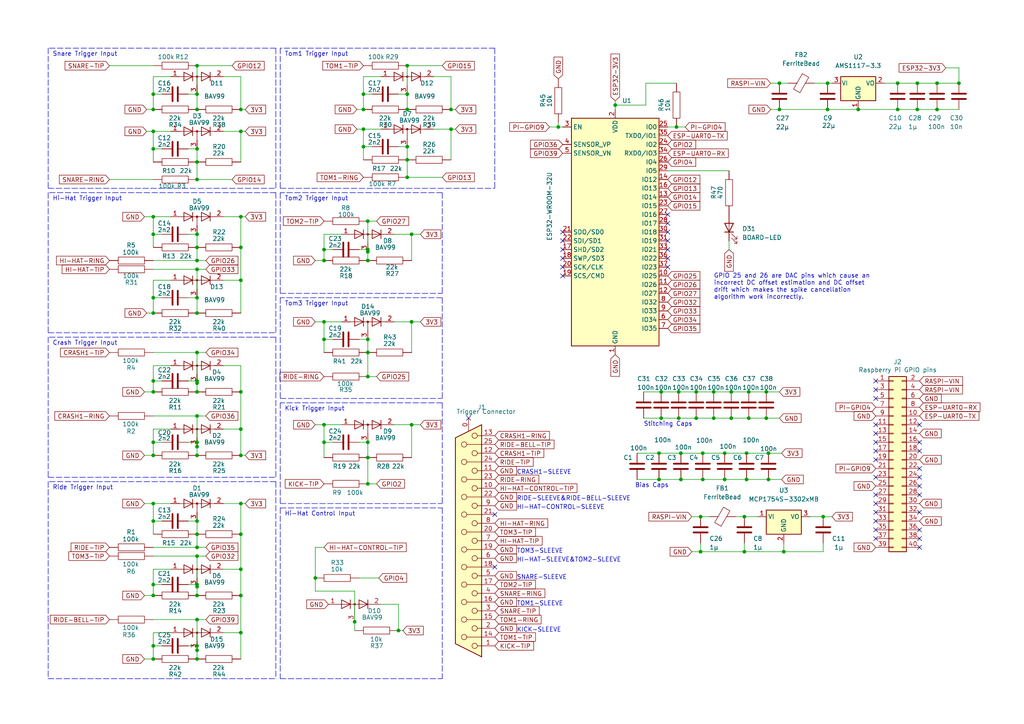
<source format=kicad_sch>
(kicad_sch (version 20211123) (generator eeschema)
  (paper "A4")
  (title_block (title "Edrumulus Prototype 5 (ESP32)") (rev "0.2") (comment 1 "DISCLAIMER: Use at your own risk.") (comment 2 "Raspberry Pi hat design."))
  (junction (at 69.85 124.46))
  (junction (at 106.68 75.565))
  (junction (at 44.45 67.945))
  (junction (at 260.35 31.75))
  (junction (at 57.15 113.665))
  (junction (at 196.215 36.83))
  (junction (at 119.38 67.945))
  (junction (at 203.2 160.02))
  (junction (at 69.85 81.28))
  (junction (at 266.065 31.75))
  (junction (at 106.68 73.025))
  (junction (at 93.98 72.39))
  (junction (at 203.835 131.445))
  (junction (at 212.09 113.665))
  (junction (at 44.45 187.325))
  (junction (at 215.9 149.86))
  (junction (at 240.03 31.75))
  (junction (at 44.45 38.1))
  (junction (at 106.68 128.27))
  (junction (at 222.885 139.065))
  (junction (at 69.85 183.515))
  (junction (at 118.11 42.545))
  (junction (at 118.11 27.305))
  (junction (at 57.15 172.72))
  (junction (at 105.41 31.75))
  (junction (at 57.15 179.705))
  (junction (at 203.2 149.86))
  (junction (at 271.78 31.75))
  (junction (at 69.85 38.1))
  (junction (at 201.93 113.665))
  (junction (at 216.535 131.445))
  (junction (at 118.11 46.355))
  (junction (at 57.15 46.99))
  (junction (at 57.15 43.18))
  (junction (at 248.92 31.75))
  (junction (at 44.45 31.75))
  (junction (at 57.15 151.13))
  (junction (at 130.81 31.75))
  (junction (at 212.09 121.285))
  (junction (at 105.41 27.305))
  (junction (at 57.15 187.325))
  (junction (at 210.185 131.445))
  (junction (at 106.68 98.425))
  (junction (at 57.15 191.135))
  (junction (at 69.85 165.1))
  (junction (at 106.68 72.39))
  (junction (at 69.85 31.75))
  (junction (at 222.25 121.285))
  (junction (at 44.45 43.18))
  (junction (at 119.38 93.345))
  (junction (at 57.15 86.36))
  (junction (at 57.15 158.75))
  (junction (at 106.68 109.22))
  (junction (at 57.15 78.105))
  (junction (at 44.45 128.27))
  (junction (at 57.15 75.565))
  (junction (at 57.15 188.595))
  (junction (at 106.68 102.235))
  (junction (at 57.15 129.54))
  (junction (at 44.45 146.05))
  (junction (at 278.13 24.13))
  (junction (at 196.85 121.285))
  (junction (at 106.68 64.135))
  (junction (at 130.81 37.465))
  (junction (at 207.01 121.285))
  (junction (at 44.45 132.08))
  (junction (at 105.41 42.545))
  (junction (at 57.15 67.945))
  (junction (at 119.38 123.19))
  (junction (at 57.15 128.27))
  (junction (at 44.45 62.865))
  (junction (at 106.68 132.715))
  (junction (at 226.06 31.75))
  (junction (at 196.85 113.665))
  (junction (at 266.065 24.13))
  (junction (at 105.41 37.465))
  (junction (at 217.17 113.665))
  (junction (at 57.15 110.49))
  (junction (at 57.15 169.545))
  (junction (at 222.885 131.445))
  (junction (at 93.98 93.345))
  (junction (at 57.15 111.125))
  (junction (at 271.78 24.13))
  (junction (at 203.835 139.065))
  (junction (at 191.135 139.065))
  (junction (at 69.85 172.72))
  (junction (at 69.85 113.665))
  (junction (at 57.15 27.305))
  (junction (at 238.76 149.86))
  (junction (at 118.11 19.05))
  (junction (at 260.35 24.13))
  (junction (at 44.45 191.135))
  (junction (at 91.44 167.64))
  (junction (at 44.45 90.805))
  (junction (at 57.15 120.65))
  (junction (at 226.06 24.13))
  (junction (at 44.45 86.36))
  (junction (at 161.925 36.83))
  (junction (at 210.185 139.065))
  (junction (at 93.98 123.19))
  (junction (at 57.15 90.805))
  (junction (at 115.57 182.88))
  (junction (at 217.17 121.285))
  (junction (at 118.11 31.75))
  (junction (at 191.77 121.285))
  (junction (at 93.98 75.565))
  (junction (at 197.485 139.065))
  (junction (at 57.15 102.235))
  (junction (at 57.15 154.94))
  (junction (at 227.33 160.02))
  (junction (at 57.15 19.05))
  (junction (at 215.9 160.02))
  (junction (at 57.15 71.755))
  (junction (at 69.85 62.865))
  (junction (at 57.15 132.08))
  (junction (at 44.45 172.72))
  (junction (at 222.25 113.665))
  (junction (at 69.85 132.08))
  (junction (at 197.485 131.445))
  (junction (at 191.77 113.665))
  (junction (at 240.03 24.13))
  (junction (at 178.435 30.48))
  (junction (at 57.15 161.29))
  (junction (at 207.01 113.665))
  (junction (at 44.45 151.13))
  (junction (at 106.68 140.335))
  (junction (at 201.93 121.285))
  (junction (at 44.45 110.49))
  (junction (at 44.45 27.305))
  (junction (at 44.45 113.665))
  (junction (at 93.98 128.27))
  (junction (at 191.135 131.445))
  (junction (at 69.85 146.05))
  (junction (at 57.15 52.07))
  (junction (at 69.85 71.755))
  (junction (at 93.98 98.425))
  (junction (at 69.85 154.94))
  (junction (at 57.15 170.18))
  (junction (at 216.535 139.065))
  (junction (at 118.11 51.435))
  (junction (at 44.45 169.545))
  (junction (at 57.15 31.75))
  (junction (at 102.87 180.34))
  (no_connect (at 266.7 153.67))
  (no_connect (at 143.51 149.225))
  (no_connect (at 254 123.19))
  (no_connect (at 254 113.03))
  (no_connect (at 266.7 143.51))
  (no_connect (at 254 143.51))
  (no_connect (at 163.195 77.47))
  (no_connect (at 163.195 80.01))
  (no_connect (at 163.195 72.39))
  (no_connect (at 163.195 74.93))
  (no_connect (at 163.195 69.85))
  (no_connect (at 163.195 67.31))
  (no_connect (at 254 133.35))
  (no_connect (at 254 110.49))
  (no_connect (at 254 128.27))
  (no_connect (at 254 125.73))
  (no_connect (at 254 156.21))
  (no_connect (at 143.51 164.465))
  (no_connect (at 266.7 128.27))
  (no_connect (at 266.7 138.43))
  (no_connect (at 266.7 158.75))
  (no_connect (at 135.89 121.285))
  (no_connect (at 254 146.05))
  (no_connect (at 266.7 130.81))
  (no_connect (at 254 151.13))
  (no_connect (at 266.7 140.97))
  (no_connect (at 266.7 156.21))
  (no_connect (at 266.7 123.19))
  (no_connect (at 254 115.57))
  (no_connect (at 193.675 72.39))
  (no_connect (at 193.675 74.93))
  (no_connect (at 193.675 77.47))
  (no_connect (at 193.675 62.23))
  (no_connect (at 193.675 64.77))
  (no_connect (at 193.675 67.31))
  (no_connect (at 193.675 69.85))
  (no_connect (at 266.7 135.89))
  (no_connect (at 254 138.43))
  (no_connect (at 254 148.59))
  (no_connect (at 254 130.81))
  (no_connect (at 254 153.67))
  (no_connect (at 266.7 148.59))
  (wire (pts (xy 186.69 121.285) (xy 191.77 121.285)))
  (wire (pts (xy 57.15 52.07) (xy 67.31 52.07)))
  (wire (pts (xy 57.15 78.105) (xy 59.69 78.105)))
  (wire (pts (xy 118.11 42.545) (xy 118.11 46.355)))
  (wire (pts (xy 211.455 69.85) (xy 211.455 72.39)))
  (wire (pts (xy 128.27 51.435) (xy 118.11 51.435)))
  (wire (pts (xy 203.2 157.48) (xy 203.2 160.02)))
  (wire (pts (xy 69.85 62.865) (xy 69.85 71.755)))
  (wire (pts (xy 71.12 31.75) (xy 69.85 31.75)))
  (wire (pts (xy 69.85 81.28) (xy 69.85 90.805)))
  (wire (pts (xy 57.15 19.05) (xy 57.15 27.305)))
  (wire (pts (xy 130.81 37.465) (xy 132.08 37.465)))
  (wire (pts (xy 191.77 121.285) (xy 196.85 121.285)))
  (wire (pts (xy 44.45 128.27) (xy 44.45 132.08)))
  (polyline (pts (xy 13.97 138.43) (xy 80.01 138.43)))
  (wire (pts (xy 31.75 19.05) (xy 44.45 19.05)))
  (wire (pts (xy 44.45 187.325) (xy 46.99 187.325)))
  (wire (pts (xy 41.91 62.865) (xy 44.45 62.865)))
  (wire (pts (xy 69.85 22.225) (xy 69.85 31.75)))
  (polyline (pts (xy 81.28 147.32) (xy 81.28 196.85)))
  (wire (pts (xy 196.85 121.285) (xy 201.93 121.285)))
  (wire (pts (xy 238.76 157.48) (xy 238.76 160.02)))
  (polyline (pts (xy 128.27 116.84) (xy 81.28 116.84)))
  (polyline (pts (xy 80.01 55.88) (xy 80.01 96.52)))
  (wire (pts (xy 222.25 121.285) (xy 226.06 121.285)))
  (wire (pts (xy 91.44 158.75) (xy 91.44 167.64)))
  (wire (pts (xy 54.61 110.49) (xy 57.15 110.49)))
  (wire (pts (xy 222.25 113.665) (xy 226.06 113.665)))
  (wire (pts (xy 93.98 93.345) (xy 99.06 93.345)))
  (wire (pts (xy 191.135 131.445) (xy 197.485 131.445)))
  (wire (pts (xy 197.485 139.065) (xy 203.835 139.065)))
  (wire (pts (xy 104.14 72.39) (xy 106.68 72.39)))
  (wire (pts (xy 93.98 93.345) (xy 93.98 98.425)))
  (wire (pts (xy 178.435 30.48) (xy 178.435 31.75)))
  (wire (pts (xy 105.41 22.225) (xy 110.49 22.225)))
  (wire (pts (xy 93.98 123.19) (xy 93.98 128.27)))
  (wire (pts (xy 64.77 124.46) (xy 69.85 124.46)))
  (wire (pts (xy 223.52 24.13) (xy 226.06 24.13)))
  (wire (pts (xy 57.15 27.305) (xy 57.15 31.75)))
  (wire (pts (xy 119.38 93.345) (xy 121.92 93.345)))
  (wire (pts (xy 118.11 19.05) (xy 128.27 19.05)))
  (wire (pts (xy 119.38 67.945) (xy 121.92 67.945)))
  (wire (pts (xy 226.06 31.75) (xy 240.03 31.75)))
  (wire (pts (xy 223.52 31.75) (xy 226.06 31.75)))
  (wire (pts (xy 69.85 154.94) (xy 69.85 165.1)))
  (wire (pts (xy 57.15 78.105) (xy 57.15 86.36)))
  (wire (pts (xy 130.81 37.465) (xy 130.81 46.355)))
  (polyline (pts (xy 81.28 13.97) (xy 81.28 54.61)))
  (wire (pts (xy 226.06 24.13) (xy 228.6 24.13)))
  (wire (pts (xy 215.9 149.86) (xy 219.71 149.86)))
  (wire (pts (xy 44.45 120.65) (xy 57.15 120.65)))
  (wire (pts (xy 93.98 98.425) (xy 93.98 102.235)))
  (polyline (pts (xy 13.97 54.61) (xy 80.01 54.61)))
  (wire (pts (xy 115.57 182.88) (xy 116.84 182.88)))
  (wire (pts (xy 57.15 111.125) (xy 57.15 113.665)))
  (wire (pts (xy 44.45 86.36) (xy 44.45 90.805)))
  (wire (pts (xy 119.38 67.945) (xy 119.38 75.565)))
  (polyline (pts (xy 81.28 115.57) (xy 128.27 115.57)))
  (wire (pts (xy 41.91 172.72) (xy 44.45 172.72)))
  (wire (pts (xy 193.675 49.53) (xy 211.455 49.53)))
  (polyline (pts (xy 128.27 86.36) (xy 81.28 86.36)))
  (wire (pts (xy 54.61 86.36) (xy 57.15 86.36)))
  (wire (pts (xy 93.98 98.425) (xy 96.52 98.425)))
  (polyline (pts (xy 80.01 97.79) (xy 80.01 138.43)))
  (wire (pts (xy 106.68 64.135) (xy 109.22 64.135)))
  (wire (pts (xy 57.15 179.705) (xy 57.15 187.325)))
  (wire (pts (xy 69.85 146.05) (xy 71.12 146.05)))
  (wire (pts (xy 106.68 64.135) (xy 106.68 72.39)))
  (wire (pts (xy 44.45 169.545) (xy 44.45 172.72)))
  (wire (pts (xy 44.45 43.18) (xy 46.99 43.18)))
  (wire (pts (xy 203.835 131.445) (xy 210.185 131.445)))
  (wire (pts (xy 31.75 52.07) (xy 44.45 52.07)))
  (wire (pts (xy 44.45 110.49) (xy 44.45 113.665)))
  (wire (pts (xy 240.03 31.75) (xy 248.92 31.75)))
  (wire (pts (xy 44.45 179.705) (xy 57.15 179.705)))
  (wire (pts (xy 234.95 149.86) (xy 238.76 149.86)))
  (polyline (pts (xy 128.27 55.88) (xy 81.28 55.88)))
  (wire (pts (xy 125.73 22.225) (xy 130.81 22.225)))
  (wire (pts (xy 119.38 123.19) (xy 121.92 123.19)))
  (wire (pts (xy 191.135 139.065) (xy 197.485 139.065)))
  (polyline (pts (xy 80.01 13.97) (xy 13.97 13.97)))
  (wire (pts (xy 57.15 188.595) (xy 57.15 191.135)))
  (wire (pts (xy 105.41 22.225) (xy 105.41 27.305)))
  (wire (pts (xy 44.45 106.045) (xy 44.45 110.49)))
  (wire (pts (xy 274.32 19.685) (xy 278.13 19.685)))
  (wire (pts (xy 57.15 158.75) (xy 57.15 154.94)))
  (wire (pts (xy 42.545 38.1) (xy 44.45 38.1)))
  (wire (pts (xy 69.85 38.1) (xy 71.12 38.1)))
  (wire (pts (xy 91.44 93.345) (xy 93.98 93.345)))
  (wire (pts (xy 42.545 90.805) (xy 44.45 90.805)))
  (wire (pts (xy 104.14 98.425) (xy 106.68 98.425)))
  (wire (pts (xy 44.45 110.49) (xy 46.99 110.49)))
  (wire (pts (xy 57.15 19.05) (xy 67.31 19.05)))
  (wire (pts (xy 93.98 67.945) (xy 99.06 67.945)))
  (wire (pts (xy 256.54 24.13) (xy 260.35 24.13)))
  (wire (pts (xy 212.09 113.665) (xy 217.17 113.665)))
  (wire (pts (xy 201.93 113.665) (xy 207.01 113.665)))
  (wire (pts (xy 57.15 102.235) (xy 57.15 110.49)))
  (wire (pts (xy 44.45 27.305) (xy 44.45 31.75)))
  (wire (pts (xy 110.49 175.26) (xy 115.57 175.26)))
  (wire (pts (xy 105.41 37.465) (xy 105.41 42.545)))
  (wire (pts (xy 44.45 165.1) (xy 44.45 169.545)))
  (wire (pts (xy 106.68 73.025) (xy 106.68 75.565)))
  (wire (pts (xy 69.85 71.755) (xy 69.85 81.28)))
  (wire (pts (xy 222.885 131.445) (xy 226.695 131.445)))
  (wire (pts (xy 213.36 149.86) (xy 215.9 149.86)))
  (wire (pts (xy 118.11 27.305) (xy 118.11 31.75)))
  (wire (pts (xy 44.45 38.1) (xy 44.45 43.18)))
  (wire (pts (xy 54.61 27.305) (xy 57.15 27.305)))
  (polyline (pts (xy 81.28 147.32) (xy 128.27 147.32)))
  (wire (pts (xy 44.45 146.05) (xy 49.53 146.05)))
  (wire (pts (xy 69.85 165.1) (xy 69.85 172.72)))
  (wire (pts (xy 57.15 120.65) (xy 59.69 120.65)))
  (wire (pts (xy 44.45 81.28) (xy 49.53 81.28)))
  (polyline (pts (xy 81.28 146.05) (xy 128.27 146.05)))
  (wire (pts (xy 44.45 169.545) (xy 46.99 169.545)))
  (wire (pts (xy 210.185 131.445) (xy 216.535 131.445)))
  (wire (pts (xy 44.45 102.235) (xy 57.15 102.235)))
  (wire (pts (xy 57.15 102.235) (xy 59.69 102.235)))
  (wire (pts (xy 57.15 67.945) (xy 57.15 71.755)))
  (wire (pts (xy 54.61 151.13) (xy 57.15 151.13)))
  (polyline (pts (xy 128.27 55.88) (xy 128.27 85.09)))
  (wire (pts (xy 64.77 146.05) (xy 69.85 146.05)))
  (wire (pts (xy 200.66 149.86) (xy 203.2 149.86)))
  (wire (pts (xy 207.01 121.285) (xy 212.09 121.285)))
  (polyline (pts (xy 13.97 13.97) (xy 13.97 54.61)))
  (polyline (pts (xy 81.28 85.09) (xy 128.27 85.09)))
  (wire (pts (xy 93.98 123.19) (xy 99.06 123.19)))
  (wire (pts (xy 57.15 128.27) (xy 57.15 129.54)))
  (wire (pts (xy 44.45 38.1) (xy 49.53 38.1)))
  (wire (pts (xy 119.38 123.19) (xy 119.38 132.715)))
  (wire (pts (xy 114.3 93.345) (xy 119.38 93.345)))
  (wire (pts (xy 106.68 128.27) (xy 106.68 132.715)))
  (wire (pts (xy 186.69 113.665) (xy 191.77 113.665)))
  (wire (pts (xy 44.45 27.305) (xy 46.99 27.305)))
  (wire (pts (xy 71.12 132.08) (xy 69.85 132.08)))
  (wire (pts (xy 201.93 121.285) (xy 207.01 121.285)))
  (polyline (pts (xy 81.28 54.61) (xy 143.51 54.61)))
  (wire (pts (xy 104.14 167.64) (xy 109.855 167.64)))
  (wire (pts (xy 69.85 172.72) (xy 69.85 183.515)))
  (wire (pts (xy 114.3 67.945) (xy 119.38 67.945)))
  (wire (pts (xy 93.98 128.27) (xy 93.98 132.715)))
  (wire (pts (xy 115.57 175.26) (xy 115.57 182.88)))
  (wire (pts (xy 184.785 139.065) (xy 191.135 139.065)))
  (polyline (pts (xy 13.97 196.85) (xy 80.01 196.85)))
  (wire (pts (xy 44.45 62.865) (xy 49.53 62.865)))
  (wire (pts (xy 64.77 38.1) (xy 69.85 38.1)))
  (wire (pts (xy 125.73 37.465) (xy 130.81 37.465)))
  (wire (pts (xy 91.44 123.19) (xy 93.98 123.19)))
  (wire (pts (xy 44.45 146.05) (xy 44.45 151.13)))
  (wire (pts (xy 64.77 106.045) (xy 69.85 106.045)))
  (wire (pts (xy 44.45 124.46) (xy 49.53 124.46)))
  (wire (pts (xy 203.2 149.86) (xy 205.74 149.86)))
  (wire (pts (xy 105.41 42.545) (xy 107.95 42.545)))
  (wire (pts (xy 44.45 67.945) (xy 46.99 67.945)))
  (polyline (pts (xy 143.51 13.97) (xy 81.28 13.97)))
  (wire (pts (xy 227.33 157.48) (xy 227.33 160.02)))
  (wire (pts (xy 106.68 102.235) (xy 106.68 109.22)))
  (wire (pts (xy 118.11 19.05) (xy 118.11 27.305)))
  (polyline (pts (xy 80.01 13.97) (xy 80.01 54.61)))
  (wire (pts (xy 106.68 109.22) (xy 109.22 109.22)))
  (wire (pts (xy 93.98 67.945) (xy 93.98 72.39)))
  (polyline (pts (xy 13.97 96.52) (xy 80.01 96.52)))
  (wire (pts (xy 193.675 36.83) (xy 196.215 36.83)))
  (wire (pts (xy 217.17 121.285) (xy 222.25 121.285)))
  (wire (pts (xy 57.15 129.54) (xy 57.15 132.08)))
  (wire (pts (xy 210.185 139.065) (xy 216.535 139.065)))
  (wire (pts (xy 260.35 31.75) (xy 266.065 31.75)))
  (wire (pts (xy 271.78 31.75) (xy 278.13 31.75)))
  (wire (pts (xy 187.325 30.48) (xy 178.435 30.48)))
  (wire (pts (xy 44.45 106.045) (xy 49.53 106.045)))
  (wire (pts (xy 54.61 128.27) (xy 57.15 128.27)))
  (wire (pts (xy 119.38 93.345) (xy 119.38 102.235)))
  (wire (pts (xy 57.15 46.99) (xy 57.15 52.07)))
  (wire (pts (xy 227.33 160.02) (xy 238.76 160.02)))
  (wire (pts (xy 44.45 62.865) (xy 44.45 67.945)))
  (wire (pts (xy 104.14 128.27) (xy 106.68 128.27)))
  (wire (pts (xy 215.9 157.48) (xy 215.9 160.02)))
  (wire (pts (xy 203.835 139.065) (xy 210.185 139.065)))
  (wire (pts (xy 44.45 158.75) (xy 57.15 158.75)))
  (wire (pts (xy 44.45 151.13) (xy 44.45 154.94)))
  (wire (pts (xy 216.535 131.445) (xy 222.885 131.445)))
  (wire (pts (xy 260.35 24.13) (xy 266.065 24.13)))
  (wire (pts (xy 64.77 62.865) (xy 69.85 62.865)))
  (wire (pts (xy 197.485 131.445) (xy 203.835 131.445)))
  (wire (pts (xy 105.41 37.465) (xy 110.49 37.465)))
  (wire (pts (xy 102.87 171.45) (xy 91.44 171.45)))
  (wire (pts (xy 106.68 132.715) (xy 106.68 140.335)))
  (wire (pts (xy 57.15 161.29) (xy 57.15 169.545)))
  (wire (pts (xy 41.91 146.05) (xy 44.45 146.05)))
  (wire (pts (xy 161.925 36.83) (xy 163.195 36.83)))
  (wire (pts (xy 69.85 106.045) (xy 69.85 113.665)))
  (wire (pts (xy 105.41 27.305) (xy 107.95 27.305)))
  (wire (pts (xy 54.61 67.945) (xy 57.15 67.945)))
  (wire (pts (xy 44.45 183.515) (xy 49.53 183.515)))
  (wire (pts (xy 57.15 170.18) (xy 57.15 172.72)))
  (wire (pts (xy 212.09 121.285) (xy 217.17 121.285)))
  (wire (pts (xy 44.45 43.18) (xy 44.45 46.99)))
  (wire (pts (xy 115.57 27.305) (xy 118.11 27.305)))
  (polyline (pts (xy 80.01 55.88) (xy 13.97 55.88)))
  (wire (pts (xy 215.9 160.02) (xy 227.33 160.02)))
  (polyline (pts (xy 128.27 86.36) (xy 128.27 115.57)))
  (wire (pts (xy 44.45 128.27) (xy 46.99 128.27)))
  (wire (pts (xy 57.15 75.565) (xy 57.15 71.755)))
  (wire (pts (xy 102.87 180.34) (xy 102.87 182.88)))
  (wire (pts (xy 106.68 98.425) (xy 106.68 102.235)))
  (wire (pts (xy 44.45 22.225) (xy 44.45 27.305)))
  (wire (pts (xy 105.41 27.305) (xy 105.41 31.75)))
  (wire (pts (xy 266.065 31.75) (xy 271.78 31.75)))
  (wire (pts (xy 91.44 158.75) (xy 93.98 158.75)))
  (wire (pts (xy 44.45 78.105) (xy 57.15 78.105)))
  (wire (pts (xy 105.41 42.545) (xy 105.41 46.355)))
  (wire (pts (xy 41.91 113.665) (xy 44.45 113.665)))
  (polyline (pts (xy 13.97 139.7) (xy 13.97 196.85)))
  (wire (pts (xy 132.08 31.75) (xy 130.81 31.75)))
  (wire (pts (xy 203.2 160.02) (xy 215.9 160.02)))
  (wire (pts (xy 69.85 146.05) (xy 69.85 154.94)))
  (polyline (pts (xy 128.27 116.84) (xy 128.27 146.05)))
  (polyline (pts (xy 80.01 139.7) (xy 13.97 139.7)))
  (polyline (pts (xy 143.51 13.97) (xy 143.51 54.61)))
  (wire (pts (xy 57.15 43.18) (xy 57.15 46.99)))
  (wire (pts (xy 130.81 22.225) (xy 130.81 31.75)))
  (wire (pts (xy 57.15 169.545) (xy 57.15 170.18)))
  (wire (pts (xy 93.98 72.39) (xy 93.98 75.565)))
  (wire (pts (xy 187.325 24.13) (xy 196.215 24.13)))
  (wire (pts (xy 57.15 86.36) (xy 57.15 90.805)))
  (wire (pts (xy 44.45 75.565) (xy 57.15 75.565)))
  (polyline (pts (xy 13.97 55.88) (xy 13.97 96.52)))
  (wire (pts (xy 240.03 24.13) (xy 241.3 24.13)))
  (wire (pts (xy 91.44 167.64) (xy 91.44 171.45)))
  (wire (pts (xy 44.45 124.46) (xy 44.45 128.27)))
  (wire (pts (xy 191.77 113.665) (xy 196.85 113.665)))
  (polyline (pts (xy 81.28 86.36) (xy 81.28 115.57)))
  (wire (pts (xy 91.44 75.565) (xy 93.98 75.565)))
  (wire (pts (xy 248.92 31.75) (xy 260.35 31.75)))
  (polyline (pts (xy 80.01 139.7) (xy 80.01 196.85)))
  (wire (pts (xy 236.22 24.13) (xy 240.03 24.13)))
  (polyline (pts (xy 13.97 97.79) (xy 13.97 138.43)))
  (wire (pts (xy 69.85 62.865) (xy 71.12 62.865)))
  (wire (pts (xy 64.77 81.28) (xy 69.85 81.28)))
  (wire (pts (xy 266.065 24.13) (xy 271.78 24.13)))
  (wire (pts (xy 271.78 24.13) (xy 278.13 24.13)))
  (wire (pts (xy 216.535 139.065) (xy 222.885 139.065)))
  (wire (pts (xy 44.45 183.515) (xy 44.45 187.325)))
  (wire (pts (xy 64.77 165.1) (xy 69.85 165.1)))
  (wire (pts (xy 57.15 151.13) (xy 57.15 154.94)))
  (wire (pts (xy 44.45 81.28) (xy 44.45 86.36)))
  (wire (pts (xy 184.785 131.445) (xy 191.135 131.445)))
  (wire (pts (xy 42.545 31.75) (xy 44.45 31.75)))
  (wire (pts (xy 187.325 30.48) (xy 187.325 24.13)))
  (wire (pts (xy 69.85 124.46) (xy 69.85 132.08)))
  (wire (pts (xy 103.505 37.465) (xy 105.41 37.465)))
  (wire (pts (xy 64.77 183.515) (xy 69.85 183.515)))
  (wire (pts (xy 103.505 31.75) (xy 105.41 31.75)))
  (wire (pts (xy 57.15 110.49) (xy 57.15 111.125)))
  (wire (pts (xy 57.15 161.29) (xy 59.69 161.29)))
  (wire (pts (xy 106.68 72.39) (xy 106.68 73.025)))
  (polyline (pts (xy 128.27 147.32) (xy 128.27 196.85)))
  (wire (pts (xy 54.61 169.545) (xy 57.15 169.545)))
  (polyline (pts (xy 81.28 55.88) (xy 81.28 85.09)))
  (wire (pts (xy 64.77 22.225) (xy 69.85 22.225)))
  (wire (pts (xy 93.98 72.39) (xy 96.52 72.39)))
  (wire (pts (xy 178.435 29.21) (xy 178.435 30.48)))
  (wire (pts (xy 44.45 22.225) (xy 49.53 22.225)))
  (wire (pts (xy 238.76 149.86) (xy 241.3 149.86)))
  (wire (pts (xy 196.215 36.83) (xy 198.755 36.83)))
  (wire (pts (xy 59.69 158.75) (xy 57.15 158.75)))
  (wire (pts (xy 69.85 113.665) (xy 69.85 124.46)))
  (wire (pts (xy 278.13 19.685) (xy 278.13 24.13)))
  (wire (pts (xy 159.385 36.83) (xy 161.925 36.83)))
  (wire (pts (xy 217.17 113.665) (xy 222.25 113.665)))
  (wire (pts (xy 118.11 46.355) (xy 118.11 51.435)))
  (wire (pts (xy 93.98 128.27) (xy 96.52 128.27)))
  (wire (pts (xy 207.01 113.665) (xy 212.09 113.665)))
  (wire (pts (xy 41.91 132.08) (xy 44.45 132.08)))
  (wire (pts (xy 57.15 120.65) (xy 57.15 128.27)))
  (wire (pts (xy 44.45 86.36) (xy 46.99 86.36)))
  (wire (pts (xy 44.45 165.1) (xy 49.53 165.1)))
  (polyline (pts (xy 81.28 196.85) (xy 128.27 196.85)))
  (wire (pts (xy 161.925 35.56) (xy 161.925 36.83)))
  (wire (pts (xy 106.68 140.335) (xy 109.22 140.335)))
  (wire (pts (xy 102.87 171.45) (xy 102.87 180.34)))
  (wire (pts (xy 54.61 187.325) (xy 57.15 187.325)))
  (wire (pts (xy 115.57 42.545) (xy 118.11 42.545)))
  (wire (pts (xy 200.66 160.02) (xy 203.2 160.02)))
  (wire (pts (xy 59.69 75.565) (xy 57.15 75.565)))
  (wire (pts (xy 54.61 43.18) (xy 57.15 43.18)))
  (wire (pts (xy 44.45 187.325) (xy 44.45 191.135)))
  (wire (pts (xy 44.45 67.945) (xy 44.45 71.755)))
  (polyline (pts (xy 81.28 116.84) (xy 81.28 146.05)))
  (wire (pts (xy 44.45 151.13) (xy 46.99 151.13)))
  (wire (pts (xy 69.85 38.1) (xy 69.85 46.99)))
  (wire (pts (xy 57.15 179.705) (xy 59.69 179.705)))
  (wire (pts (xy 44.45 161.29) (xy 57.15 161.29)))
  (wire (pts (xy 41.91 191.135) (xy 44.45 191.135)))
  (wire (pts (xy 69.85 183.515) (xy 69.85 191.135)))
  (wire (pts (xy 57.15 187.325) (xy 57.15 188.595)))
  (wire (pts (xy 222.885 139.065) (xy 226.695 139.065)))
  (polyline (pts (xy 80.01 97.79) (xy 13.97 97.79)))
  (wire (pts (xy 114.3 123.19) (xy 119.38 123.19)))
  (wire (pts (xy 196.85 113.665) (xy 201.93 113.665)))
  (text "Snare Trigger Input" (at 15.24 16.51 0) (effects (font (size 1.27 1.27)) (justify left bottom)))
  (text "KICK-SLEEVE" (at 149.86 183.515 0) (effects (font (size 1.27 1.27)) (justify left bottom)))
  (text "CRASH1-SLEEVE" (at 149.86 137.795 0) (effects (font (size 1.27 1.27)) (justify left bottom)))
  (text "SNARE-SLEEVE" (at 149.86 168.275 0) (effects (font (size 1.27 1.27)) (justify left bottom)))
  (text "HI-HAT-CONTROL-SLEEVE" (at 149.86 147.955 0) (effects (font (size 1.27 1.27)) (justify left bottom)))
  (text "HI-HAT-SLEEVE&TOM2-SLEEVE" (at 149.86 163.195 0) (effects (font (size 1.27 1.27)) (justify left bottom)))
  (text "Tom3 Trigger Input" (at 82.55 88.9 0) (effects (font (size 1.27 1.27)) (justify left bottom)))
  (text "RIDE-SLEEVE&RIDE-BELL-SLEEVE" (at 149.86 145.415 0) (effects (font (size 1.27 1.27)) (justify left bottom)))
  (text "Tom1 Trigger Input" (at 82.55 16.51 0) (effects (font (size 1.27 1.27)) (justify left bottom)))
  (text "Bias Caps" (at 184.15 141.605 0) (effects (font (size 1.27 1.27)) (justify left bottom)))
  (text "GPIO 25 and 26 are DAC pins which cause an\nincorrect DC offset estimation and DC offset\ndrift which makes the spike cancellation\nalgorithm work incorrectly." (at 207.01 86.995 0) (effects (font (size 1.27 1.27)) (justify left bottom)))
  (text "Kick Trigger Input" (at 82.55 119.38 0) (effects (font (size 1.27 1.27)) (justify left bottom)))
  (text "Crash Trigger Input" (at 15.24 100.33 0) (effects (font (size 1.27 1.27)) (justify left bottom)))
  (text "Hi-Hat Trigger Input" (at 15.24 58.42 0) (effects (font (size 1.27 1.27)) (justify left bottom)))
  (text "Hi-Hat Control Input" (at 82.55 149.86 0) (effects (font (size 1.27 1.27)) (justify left bottom)))
  (text "TOM3-SLEEVE" (at 149.86 160.655 0) (effects (font (size 1.27 1.27)) (justify left bottom)))
  (text "Stitching Caps" (at 186.69 123.825 0) (effects (font (size 1.27 1.27)) (justify left bottom)))
  (text "TOM1-SLEEVE" (at 149.86 175.895 0) (effects (font (size 1.27 1.27)) (justify left bottom)))
  (text "Tom2 Trigger Input" (at 82.55 58.42 0) (effects (font (size 1.27 1.27)) (justify left bottom)))
  (text "Ride Trigger Input" (at 15.24 142.24 0) (effects (font (size 1.27 1.27)) (justify left bottom)))
  (global_label "PI-GPIO9" (shape input) (at 254 135.89 180) (property "Referenzen zwischen Schaltplänen" "${INTERSHEET_REFS}" (effects hide)))
  (global_label "GPIO26" (shape input) (at 193.675 82.55 0) (property "Referenzen zwischen Schaltplänen" "${INTERSHEET_REFS}" (effects hide)))
  (global_label "GPIO39" (shape input) (at 59.69 179.705 0) (property "Referenzen zwischen Schaltplänen" "${INTERSHEET_REFS}" (effects hide)))
  (global_label "TOM1-TIP" (shape input) (at 143.51 184.785 0) (property "Referenzen zwischen Schaltplänen" "${INTERSHEET_REFS}" (effects hide)))
  (global_label "GND" (shape input) (at 143.51 182.245 0) (property "Referenzen zwischen Schaltplänen" "${INTERSHEET_REFS}" (effects hide)))
  (global_label "GND" (shape input) (at 143.51 144.145 0) (property "Referenzen zwischen Schaltplänen" "${INTERSHEET_REFS}" (effects hide)))
  (global_label "GND" (shape input) (at 91.44 75.565 180) (property "Referenzen zwischen Schaltplänen" "${INTERSHEET_REFS}" (effects hide)))
  (global_label "GPIO27" (shape input) (at 193.675 85.09 0) (property "Referenzen zwischen Schaltplänen" "${INTERSHEET_REFS}" (effects hide)))
  (global_label "TOM1-TIP" (shape input) (at 105.41 19.05 180) (property "Referenzen zwischen Schaltplänen" "${INTERSHEET_REFS}" (effects hide)))
  (global_label "GPIO34" (shape input) (at 193.675 92.71 0) (property "Referenzen zwischen Schaltplänen" "${INTERSHEET_REFS}" (effects hide)))
  (global_label "RASPI-VIN" (shape input) (at 266.7 110.49 0) (property "Referenzen zwischen Schaltplänen" "${INTERSHEET_REFS}" (effects hide)))
  (global_label "SNARE-RING" (shape input) (at 31.75 52.07 180) (property "Referenzen zwischen Schaltplänen" "${INTERSHEET_REFS}" (effects hide)))
  (global_label "GND" (shape input) (at 226.695 139.065 0) (property "Referenzen zwischen Schaltplänen" "${INTERSHEET_REFS}" (effects hide)))
  (global_label "GPIO34" (shape input) (at 59.69 102.235 0) (property "Referenzen zwischen Schaltplänen" "${INTERSHEET_REFS}" (effects hide)))
  (global_label "RIDE-TIP" (shape input) (at 143.51 133.985 0) (property "Referenzen zwischen Schaltplänen" "${INTERSHEET_REFS}" (effects hide)))
  (global_label "TOM1-RING" (shape input) (at 105.41 51.435 180) (property "Referenzen zwischen Schaltplänen" "${INTERSHEET_REFS}" (effects hide)))
  (global_label "RIDE-TIP" (shape input) (at 31.75 158.75 180) (property "Referenzen zwischen Schaltplänen" "${INTERSHEET_REFS}" (effects hide)))
  (global_label "GND" (shape input) (at 103.505 37.465 180) (property "Referenzen zwischen Schaltplänen" "${INTERSHEET_REFS}" (effects hide)))
  (global_label "GND" (shape input) (at 41.91 172.72 180) (property "Referenzen zwischen Schaltplänen" "${INTERSHEET_REFS}" (effects hide)))
  (global_label "GPIO13" (shape input) (at 193.675 54.61 0) (property "Referenzen zwischen Schaltplänen" "${INTERSHEET_REFS}" (effects hide)))
  (global_label "CRASH1-RING" (shape input) (at 143.51 126.365 0) (property "Referenzen zwischen Schaltplänen" "${INTERSHEET_REFS}" (effects hide)))
  (global_label "3V3" (shape input) (at 121.92 93.345 0) (property "Referenzen zwischen Schaltplänen" "${INTERSHEET_REFS}" (effects hide)))
  (global_label "GPIO32" (shape input) (at 193.675 87.63 0) (property "Referenzen zwischen Schaltplänen" "${INTERSHEET_REFS}" (effects hide)))
  (global_label "3V3" (shape input) (at 71.12 132.08 0) (property "Referenzen zwischen Schaltplänen" "${INTERSHEET_REFS}" (effects hide)))
  (global_label "ESP32-3V3" (shape input) (at 274.32 19.685 180) (property "Referenzen zwischen Schaltplänen" "${INTERSHEET_REFS}" (effects hide)))
  (global_label "SNARE-RING" (shape input) (at 143.51 172.085 0) (property "Referenzen zwischen Schaltplänen" "${INTERSHEET_REFS}" (effects hide)))
  (global_label "CRASH1-RING" (shape input) (at 31.75 120.65 180) (property "Referenzen zwischen Schaltplänen" "${INTERSHEET_REFS}" (effects hide)))
  (global_label "GND" (shape input) (at 266.7 125.73 0) (property "Referenzen zwischen Schaltplänen" "${INTERSHEET_REFS}" (effects hide)))
  (global_label "PI-GPIO9" (shape input) (at 159.385 36.83 180) (property "Referenzen zwischen Schaltplänen" "${INTERSHEET_REFS}" (effects hide)))
  (global_label "TOM3-TIP" (shape input) (at 31.75 161.29 180) (property "Referenzen zwischen Schaltplänen" "${INTERSHEET_REFS}" (effects hide)))
  (global_label "PI-GPIO4" (shape input) (at 198.755 36.83 0) (property "Referenzen zwischen Schaltplänen" "${INTERSHEET_REFS}" (effects hide)))
  (global_label "GND" (shape input) (at 254 140.97 180) (property "Referenzen zwischen Schaltplänen" "${INTERSHEET_REFS}" (effects hide)))
  (global_label "GND" (shape input) (at 161.925 22.86 90) (property "Referenzen zwischen Schaltplänen" "${INTERSHEET_REFS}" (effects hide)))
  (global_label "GPIO4" (shape input) (at 109.855 167.64 0) (property "Referenzen zwischen Schaltplänen" "${INTERSHEET_REFS}" (effects hide)))
  (global_label "RASPI-VIN" (shape input) (at 266.7 113.03 0) (property "Referenzen zwischen Schaltplänen" "${INTERSHEET_REFS}" (effects hide)))
  (global_label "GPIO14" (shape input) (at 193.675 57.15 0) (property "Referenzen zwischen Schaltplänen" "${INTERSHEET_REFS}" (effects hide)))
  (global_label "TOM3-TIP" (shape input) (at 143.51 154.305 0) (property "Referenzen zwischen Schaltplänen" "${INTERSHEET_REFS}" (effects hide)))
  (global_label "HI-HAT-CONTROL-TIP" (shape input) (at 93.98 158.75 0) (property "Referenzen zwischen Schaltplänen" "${INTERSHEET_REFS}" (effects hide)))
  (global_label "3V3" (shape input) (at 71.12 146.05 0) (property "Referenzen zwischen Schaltplänen" "${INTERSHEET_REFS}" (effects hide)))
  (global_label "GND" (shape input) (at 178.435 102.87 270) (property "Referenzen zwischen Schaltplänen" "${INTERSHEET_REFS}" (effects hide)))
  (global_label "HI-HAT-TIP" (shape input) (at 143.51 156.845 0) (property "Referenzen zwischen Schaltplänen" "${INTERSHEET_REFS}" (effects hide)))
  (global_label "3V3" (shape input) (at 116.84 182.88 0) (property "Referenzen zwischen Schaltplänen" "${INTERSHEET_REFS}" (effects hide)))
  (global_label "RASPI-VIN" (shape input) (at 200.66 149.86 180) (property "Referenzen zwischen Schaltplänen" "${INTERSHEET_REFS}" (effects hide)))
  (global_label "GPIO36" (shape input) (at 59.69 120.65 0) (property "Referenzen zwischen Schaltplänen" "${INTERSHEET_REFS}" (effects hide)))
  (global_label "GND" (shape input) (at 91.44 93.345 180) (property "Referenzen zwischen Schaltplänen" "${INTERSHEET_REFS}" (effects hide)))
  (global_label "GND" (shape input) (at 91.44 123.19 180) (property "Referenzen zwischen Schaltplänen" "${INTERSHEET_REFS}" (effects hide)))
  (global_label "GND" (shape input) (at 143.51 161.925 0) (property "Referenzen zwischen Schaltplänen" "${INTERSHEET_REFS}" (effects hide)))
  (global_label "GPIO15" (shape input) (at 193.675 59.69 0) (property "Referenzen zwischen Schaltplänen" "${INTERSHEET_REFS}" (effects hide)))
  (global_label "3V3" (shape input) (at 71.12 38.1 0) (property "Referenzen zwischen Schaltplänen" "${INTERSHEET_REFS}" (effects hide)))
  (global_label "GND" (shape input) (at 41.91 146.05 180) (property "Referenzen zwischen Schaltplänen" "${INTERSHEET_REFS}" (effects hide)))
  (global_label "GND" (shape input) (at 42.545 90.805 180) (property "Referenzen zwischen Schaltplänen" "${INTERSHEET_REFS}" (effects hide)))
  (global_label "3V3" (shape input) (at 121.92 67.945 0) (property "Referenzen zwischen Schaltplänen" "${INTERSHEET_REFS}" (effects hide)))
  (global_label "GND" (shape input) (at 254 158.75 180) (property "Referenzen zwischen Schaltplänen" "${INTERSHEET_REFS}" (effects hide)))
  (global_label "ESP-UART0-TX" (shape input) (at 193.675 39.37 0) (property "Referenzen zwischen Schaltplänen" "${INTERSHEET_REFS}" (effects hide)))
  (global_label "GPIO14" (shape input) (at 67.31 52.07 0) (property "Referenzen zwischen Schaltplänen" "${INTERSHEET_REFS}" (effects hide)))
  (global_label "GPIO27" (shape input) (at 109.22 64.135 0) (property "Referenzen zwischen Schaltplänen" "${INTERSHEET_REFS}" (effects hide)))
  (global_label "TOM2-TIP" (shape input) (at 143.51 169.545 0) (property "Referenzen zwischen Schaltplänen" "${INTERSHEET_REFS}" (effects hide)))
  (global_label "GND" (shape input) (at 211.455 72.39 270) (property "Referenzen zwischen Schaltplänen" "${INTERSHEET_REFS}" (effects hide)))
  (global_label "HI-HAT-CONTROL-TIP" (shape input) (at 143.51 141.605 0) (property "Referenzen zwischen Schaltplänen" "${INTERSHEET_REFS}" (effects hide)))
  (global_label "GPIO25" (shape input) (at 193.675 80.01 0) (property "Referenzen zwischen Schaltplänen" "${INTERSHEET_REFS}" (effects hide)))
  (global_label "ESP-UART0-RX" (shape input) (at 266.7 118.11 0) (property "Referenzen zwischen Schaltplänen" "${INTERSHEET_REFS}" (effects hide)))
  (global_label "GND" (shape input) (at 143.51 167.005 0) (property "Referenzen zwischen Schaltplänen" "${INTERSHEET_REFS}" (effects hide)))
  (global_label "ESP-UART0-RX" (shape input) (at 193.675 44.45 0) (property "Referenzen zwischen Schaltplänen" "${INTERSHEET_REFS}" (effects hide)))
  (global_label "3V3" (shape input) (at 132.08 37.465 0) (property "Referenzen zwischen Schaltplänen" "${INTERSHEET_REFS}" (effects hide)))
  (global_label "GPIO25" (shape input) (at 109.22 109.22 0) (property "Referenzen zwischen Schaltplänen" "${INTERSHEET_REFS}" (effects hide)))
  (global_label "GPIO33" (shape input) (at 59.69 78.105 0) (property "Referenzen zwischen Schaltplänen" "${INTERSHEET_REFS}" (effects hide)))
  (global_label "GPIO2" (shape input) (at 109.22 140.335 0) (property "Referenzen zwischen Schaltplänen" "${INTERSHEET_REFS}" (effects hide)))
  (global_label "SNARE-TIP" (shape input) (at 31.75 19.05 180) (property "Referenzen zwischen Schaltplänen" "${INTERSHEET_REFS}" (effects hide)))
  (global_label "GPIO35" (shape input) (at 193.675 95.25 0) (property "Referenzen zwischen Schaltplänen" "${INTERSHEET_REFS}" (effects hide)))
  (global_label "GPIO13" (shape input) (at 128.27 51.435 0) (property "Referenzen zwischen Schaltplänen" "${INTERSHEET_REFS}" (effects hide)))
  (global_label "3V3" (shape input) (at 226.695 131.445 0) (property "Referenzen zwischen Schaltplänen" "${INTERSHEET_REFS}" (effects hide)))
  (global_label "GPIO39" (shape input) (at 163.195 44.45 180) (property "Referenzen zwischen Schaltplänen" "${INTERSHEET_REFS}" (effects hide)))
  (global_label "GND" (shape input) (at 41.91 113.665 180) (property "Referenzen zwischen Schaltplänen" "${INTERSHEET_REFS}" (effects hide)))
  (global_label "GND" (shape input) (at 266.7 115.57 0) (property "Referenzen zwischen Schaltplänen" "${INTERSHEET_REFS}" (effects hide)))
  (global_label "GND" (shape input) (at 42.545 31.75 180) (property "Referenzen zwischen Schaltplänen" "${INTERSHEET_REFS}" (effects hide)))
  (global_label "GPIO26" (shape input) (at 59.69 75.565 0) (property "Referenzen zwischen Schaltplänen" "${INTERSHEET_REFS}" (effects hide)))
  (global_label "RIDE-BELL-TIP" (shape input) (at 143.51 128.905 0) (property "Referenzen zwischen Schaltplänen" "${INTERSHEET_REFS}" (effects hide)))
  (global_label "3V3" (shape input) (at 121.92 123.19 0) (property "Referenzen zwischen Schaltplänen" "${INTERSHEET_REFS}" (effects hide)))
  (global_label "GPIO33" (shape input) (at 193.675 90.17 0) (property "Referenzen zwischen Schaltplänen" "${INTERSHEET_REFS}" (effects hide)))
  (global_label "GPIO2" (shape input) (at 193.675 41.91 0) (property "Referenzen zwischen Schaltplänen" "${INTERSHEET_REFS}" (effects hide)))
  (global_label "GPIO12" (shape input) (at 193.675 52.07 0) (property "Referenzen zwischen Schaltplänen" "${INTERSHEET_REFS}" (effects hide)))
  (global_label "GND" (shape input) (at 266.7 133.35 0) (property "Referenzen zwischen Schaltplänen" "${INTERSHEET_REFS}" (effects hide)))
  (global_label "HI-HAT-TIP" (shape input) (at 31.75 78.105 180) (property "Referenzen zwischen Schaltplänen" "${INTERSHEET_REFS}" (effects hide)))
  (global_label "KICK-TIP" (shape input) (at 93.98 140.335 180) (property "Referenzen zwischen Schaltplänen" "${INTERSHEET_REFS}" (effects hide)))
  (global_label "GND" (shape input) (at 226.06 121.285 0) (property "Referenzen zwischen Schaltplänen" "${INTERSHEET_REFS}" (effects hide)))
  (global_label "RIDE-RING" (shape input) (at 93.98 109.22 180) (property "Referenzen zwischen Schaltplänen" "${INTERSHEET_REFS}" (effects hide)))
  (global_label "GND" (shape input) (at 41.91 132.08 180) (property "Referenzen zwischen Schaltplänen" "${INTERSHEET_REFS}" (effects hide)))
  (global_label "HI-HAT-RING" (shape input) (at 143.51 151.765 0) (property "Referenzen zwischen Schaltplänen" "${INTERSHEET_REFS}" (effects hide)))
  (global_label "GND" (shape input) (at 95.25 175.26 180) (property "Referenzen zwischen Schaltplänen" "${INTERSHEET_REFS}" (effects hide)))
  (global_label "GND" (shape input) (at 254 120.65 180) (property "Referenzen zwischen Schaltplänen" "${INTERSHEET_REFS}" (effects hide)))
  (global_label "GND" (shape input) (at 42.545 38.1 180) (property "Referenzen zwischen Schaltplänen" "${INTERSHEET_REFS}" (effects hide)))
  (global_label "KICK-TIP" (shape input) (at 143.51 187.325 0) (property "Referenzen zwischen Schaltplänen" "${INTERSHEET_REFS}" (effects hide)))
  (global_label "GPIO12" (shape input) (at 67.31 19.05 0) (property "Referenzen zwischen Schaltplänen" "${INTERSHEET_REFS}" (effects hide)))
  (global_label "GND" (shape input) (at 223.52 31.75 180) (property "Referenzen zwischen Schaltplänen" "${INTERSHEET_REFS}" (effects hide)))
  (global_label "GPIO15" (shape input) (at 128.27 19.05 0) (property "Referenzen zwischen Schaltplänen" "${INTERSHEET_REFS}" (effects hide)))
  (global_label "CRASH1-TIP" (shape input) (at 31.75 102.235 180) (property "Referenzen zwischen Schaltplänen" "${INTERSHEET_REFS}" (effects hide)))
  (global_label "CRASH1-TIP" (shape input) (at 143.51 131.445 0) (property "Referenzen zwischen Schaltplänen" "${INTERSHEET_REFS}" (effects hide)))
  (global_label "GND" (shape input) (at 103.505 31.75 180) (property "Referenzen zwischen Schaltplänen" "${INTERSHEET_REFS}" (effects hide)))
  (global_label "RIDE-RING" (shape input) (at 143.51 139.065 0) (property "Referenzen zwischen Schaltplänen" "${INTERSHEET_REFS}" (effects hide)))
  (global_label "GPIO32" (shape input) (at 59.69 161.29 0) (property "Referenzen zwischen Schaltplänen" "${INTERSHEET_REFS}" (effects hide)))
  (global_label "GND" (shape input) (at 143.51 159.385 0) (property "Referenzen zwischen Schaltplänen" "${INTERSHEET_REFS}" (effects hide)))
  (global_label "GND" (shape input) (at 143.51 136.525 0) (property "Referenzen zwischen Schaltplänen" "${INTERSHEET_REFS}" (effects hide)))
  (global_label "ESP32-3V3" (shape input) (at 178.435 29.21 90) (property "Referenzen zwischen Schaltplänen" "${INTERSHEET_REFS}" (effects hide)))
  (global_label "3V3" (shape input) (at 71.12 62.865 0) (property "Referenzen zwischen Schaltplänen" "${INTERSHEET_REFS}" (effects hide)))
  (global_label "3V3" (shape input) (at 241.3 149.86 0) (property "Referenzen zwischen Schaltplänen" "${INTERSHEET_REFS}" (effects hide)))
  (global_label "GND" (shape input) (at 200.66 160.02 180) (property "Referenzen zwischen Schaltplänen" "${INTERSHEET_REFS}" (effects hide)))
  (global_label "GND" (shape input) (at 41.91 62.865 180) (property "Referenzen zwischen Schaltplänen" "${INTERSHEET_REFS}" (effects hide)))
  (global_label "GND" (shape input) (at 266.7 151.13 0) (property "Referenzen zwischen Schaltplänen" "${INTERSHEET_REFS}" (effects hide)))
  (global_label "3V3" (shape input) (at 226.06 113.665 0) (property "Referenzen zwischen Schaltplänen" "${INTERSHEET_REFS}" (effects hide)))
  (global_label "TOM1-RING" (shape input) (at 143.51 179.705 0) (property "Referenzen zwischen Schaltplänen" "${INTERSHEET_REFS}" (effects hide)))
  (global_label "GND" (shape input) (at 143.51 174.625 0) (property "Referenzen zwischen Schaltplänen" "${INTERSHEET_REFS}" (effects hide)))
  (global_label "HI-HAT-RING" (shape input) (at 31.75 75.565 180) (property "Referenzen zwischen Schaltplänen" "${INTERSHEET_REFS}" (effects hide)))
  (global_label "PI-GPIO4" (shape input) (at 254 118.11 180) (property "Referenzen zwischen Schaltplänen" "${INTERSHEET_REFS}" (effects hide)))
  (global_label "GND" (shape input) (at 41.91 191.135 180) (property "Referenzen zwischen Schaltplänen" "${INTERSHEET_REFS}" (effects hide)))
  (global_label "SNARE-TIP" (shape input) (at 143.51 177.165 0) (property "Referenzen zwischen Schaltplänen" "${INTERSHEET_REFS}" (effects hide)))
  (global_label "GPIO35" (shape input) (at 59.69 158.75 0) (property "Referenzen zwischen Schaltplänen" "${INTERSHEET_REFS}" (effects hide)))
  (global_label "GND" (shape input) (at 143.51 146.685 0) (property "Referenzen zwischen Schaltplänen" "${INTERSHEET_REFS}" (effects hide)))
  (global_label "TOM2-TIP" (shape input) (at 93.98 64.135 180) (property "Referenzen zwischen Schaltplänen" "${INTERSHEET_REFS}" (effects hide)))
  (global_label "GPIO4" (shape input) (at 193.675 46.99 0) (property "Referenzen zwischen Schaltplänen" "${INTERSHEET_REFS}" (effects hide)))
  (global_label "RIDE-BELL-TIP" (shape input) (at 31.75 179.705 180) (property "Referenzen zwischen Schaltplänen" "${INTERSHEET_REFS}" (effects hide)))
  (global_label "3V3" (shape input) (at 71.12 31.75 0) (property "Referenzen zwischen Schaltplänen" "${INTERSHEET_REFS}" (effects hide)))
  (global_label "RASPI-VIN" (shape input) (at 223.52 24.13 180) (property "Referenzen zwischen Schaltplänen" "${INTERSHEET_REFS}" (effects hide)))
  (global_label "GPIO36" (shape input) (at 163.195 41.91 180) (property "Referenzen zwischen Schaltplänen" "${INTERSHEET_REFS}" (effects hide)))
  (global_label "GND" (shape input) (at 266.7 146.05 0) (property "Referenzen zwischen Schaltplänen" "${INTERSHEET_REFS}" (effects hide)))
  (global_label "3V3" (shape input) (at 132.08 31.75 0) (property "Referenzen zwischen Schaltplänen" "${INTERSHEET_REFS}" (effects hide)))
  (global_label "ESP-UART0-TX" (shape input) (at 266.7 120.65 0) (property "Referenzen zwischen Schaltplänen" "${INTERSHEET_REFS}" (effects hide)))
  (symbol (lib_id "pspice:R") (at 38.1 158.75 90) (unit 1)
    (property "Reference" "R1" (at 39.37 154.305 90) (effects (justify left)))
    (property "Value" "100k" (at 40.3496 156.3798 90) (effects (justify left)))
    (property "Footprint" "Resistor_SMD:R_0603_1608Metric_Pad0.98x0.95mm_HandSolder" (effects hide))
  )
  (symbol (lib_id "pspice:R") (at 63.5 154.94 270) (unit 1)
    (property "Reference" "R24" (at 61.595 150.495 90) (effects (justify left)))
    (property "Value" "22k" (at 61.595 152.4 90) (effects (justify left)))
    (property "Footprint" "Resistor_SMD:R_0603_1608Metric_Pad0.98x0.95mm_HandSolder" (effects hide))
  )
  (symbol (lib_id "pspice:R") (at 50.8 154.94 270) (unit 1)
    (property "Reference" "R15" (at 46.99 157.48 90) (effects (justify left)))
    (property "Value" "22k" (at 52.07 157.48 90) (effects (justify left)))
    (property "Footprint" "Resistor_SMD:R_0603_1608Metric_Pad0.98x0.95mm_HandSolder" (effects hide))
  )
  (symbol (lib_id "pspice:R") (at 63.5 132.08 270) (unit 1)
    (property "Reference" "R25" (at 61.595 136.525 90) (effects (justify left)))
    (property "Value" "22k" (at 61.595 134.62 90) (effects (justify left)))
    (property "Footprint" "Resistor_SMD:R_0603_1608Metric_Pad0.98x0.95mm_HandSolder" (effects hide))
  )
  (symbol (lib_id "pspice:R") (at 50.8 132.08 270) (unit 1)
    (property "Reference" "R16" (at 48.895 136.525 90) (effects (justify left)))
    (property "Value" "22k" (at 48.895 134.62 90) (effects (justify left)))
    (property "Footprint" "Resistor_SMD:R_0603_1608Metric_Pad0.98x0.95mm_HandSolder" (effects hide))
  )
  (symbol (lib_id "pspice:R") (at 38.1 120.65 90) (unit 1)
    (property "Reference" "R2" (at 39.37 125.095 90) (effects (justify left)))
    (property "Value" "100k" (at 40.3496 123.0106 90) (effects (justify left)))
    (property "Footprint" "Resistor_SMD:R_0603_1608Metric_Pad0.98x0.95mm_HandSolder" (effects hide))
  )
  (symbol (lib_id "pspice:R") (at 109.22 182.88 270) (unit 1)
    (property "Reference" "R37" (at 107.315 187.325 90) (effects (justify left)))
    (property "Value" "10k" (at 107.315 185.42 90) (effects (justify left)))
    (property "Footprint" "Resistor_SMD:R_0603_1608Metric_Pad0.98x0.95mm_HandSolder" (effects hide))
  )
  (symbol (lib_id "pspice:R") (at 97.79 167.64 270) (unit 1)
    (property "Reference" "R33" (at 95.885 163.195 90) (effects (justify left)))
    (property "Value" "10k" (at 95.885 165.1 90) (effects (justify left)))
    (property "Footprint" "Resistor_SMD:R_0603_1608Metric_Pad0.98x0.95mm_HandSolder" (effects hide))
  )
  (symbol (lib_id "Connector_Generic:Conn_02x20_Odd_Even") (at 259.08 133.35 0) (unit 1)
    (property "Reference" "J2" (at 260.35 104.9782 0))
    (property "Value" "Raspberry Pi GPIO pins" (at 260.35 107.2896 0))
    (property "Footprint" "Connector_PinSocket_2.54mm:PinSocket_2x20_P2.54mm_Vertical" (effects hide))
  )
  (symbol (lib_id "Connector:DB25_Female_MountingHoles") (at 135.89 156.845 180) (unit 1)
    (property "Reference" "J1" (at 139.7 118.11 0))
    (property "Value" "Trigger Connector" (at 140.97 119.38 0))
    (property "Footprint" "Connector_Dsub:DSUB-25_Female_Horizontal_P2.77x2.84mm_EdgePinOffset7.70mm_Housed_MountingHolesOffset9.12mm" (effects hide))
    (property "Datasheet" " ~" (effects hide))
  )
  (symbol (lib_id "Device:C") (at 197.485 135.255 180) (unit 1)
    (property "Reference" "C3" (at 196.215 132.715 0) (effects (justify left)))
    (property "Value" "100n" (at 200.7014 129.7205 0) (effects (justify left)))
    (property "Footprint" "Capacitor_SMD:C_0603_1608Metric_Pad1.08x0.95mm_HandSolder" (effects hide))
  )
  (symbol (lib_id "pspice:R") (at 111.76 19.05 270) (unit 1)
    (property "Reference" "R29" (at 111.76 16.51 90) (effects (justify left)))
    (property "Value" "100k" (at 106.68 16.51 90) (effects (justify left)))
    (property "Footprint" "Resistor_SMD:R_0603_1608Metric_Pad0.98x0.95mm_HandSolder" (effects hide))
  )
  (symbol (lib_id "Device:C") (at 222.885 135.255 180) (unit 1)
    (property "Reference" "C7" (at 221.615 132.715 0) (effects (justify left)))
    (property "Value" "100n" (at 225.425 130.175 0) (effects (justify left)))
    (property "Footprint" "Capacitor_SMD:C_0603_1608Metric_Pad1.08x0.95mm_HandSolder" (effects hide))
  )
  (symbol (lib_id "Device:C") (at 217.17 117.475 0) (unit 1)
    (property "Reference" "C37" (at 215.265 109.855 0) (effects (justify left)))
    (property "Value" "100n" (at 215.265 112.395 0) (effects (justify left)))
    (property "Footprint" "Capacitor_SMD:C_0603_1608Metric_Pad1.08x0.95mm_HandSolder" (effects hide))
  )
  (symbol (lib_id "pspice:R") (at 63.5 113.665 270) (unit 1)
    (property "Reference" "R21" (at 61.595 118.11 90) (effects (justify left)))
    (property "Value" "22k" (at 61.595 116.205 90) (effects (justify left)))
    (property "Footprint" "Resistor_SMD:R_0603_1608Metric_Pad0.98x0.95mm_HandSolder" (effects hide))
  )
  (symbol (lib_id "pspice:R") (at 63.5 31.75 270) (unit 1)
    (property "Reference" "R38" (at 61.595 36.195 90) (effects (justify left)))
    (property "Value" "22k" (at 61.595 34.29 90) (effects (justify left)))
    (property "Footprint" "Resistor_SMD:R_0603_1608Metric_Pad0.98x0.95mm_HandSolder" (effects hide))
  )
  (symbol (lib_id "Device:C") (at 196.85 117.475 0) (unit 1)
    (property "Reference" "C33" (at 194.945 109.855 0) (effects (justify left)))
    (property "Value" "100n" (at 194.945 112.395 0) (effects (justify left)))
    (property "Footprint" "Capacitor_SMD:C_0603_1608Metric_Pad1.08x0.95mm_HandSolder" (effects hide))
  )
  (symbol (lib_id "Device:C") (at 50.8 110.49 270) (unit 1)
    (property "Reference" "C22" (at 45.72 107.315 90) (effects (justify left)))
    (property "Value" "2n2" (at 45.72 109.22 90) (effects (justify left)))
    (property "Footprint" "Capacitor_SMD:C_0603_1608Metric_Pad1.08x0.95mm_HandSolder" (effects hide))
  )
  (symbol (lib_id "Regulator_Linear:MCP1754S-3302xMB") (at 227.33 149.86 0) (unit 1)
    (property "Reference" "U3" (at 227.33 142.24 0))
    (property "Value" "MCP1754S-3302xMB" (at 227.33 144.78 0))
    (property "Footprint" "Package_TO_SOT_SMD:SOT-89-3" (effects hide))
    (property "Datasheet" "http://ww1.microchip.com/downloads/en/DeviceDoc/20002276C.pdf" (effects hide))
  )
  (symbol (lib_id "Device:C") (at 271.78 27.94 0) (unit 1)
    (property "Reference" "C29" (at 269.1288 34.2271 0) (effects (justify left)))
    (property "Value" "100n" (at 269.1288 36.7671 0) (effects (justify left)))
    (property "Footprint" "Capacitor_SMD:C_0603_1608Metric_Pad1.08x0.95mm_HandSolder" (effects hide))
  )
  (symbol (lib_id "Regulator_Linear:AMS1117-3.3") (at 248.92 24.13 0) (unit 1)
    (property "Reference" "U2" (at 248.92 16.51 0))
    (property "Value" "AMS1117-3.3" (at 248.92 19.05 0))
    (property "Footprint" "Package_TO_SOT_SMD:SOT-223-3_TabPin2" (effects hide))
    (property "Datasheet" "http://www.advanced-monolithic.com/pdf/ds1117.pdf" (effects hide))
  )
  (symbol (lib_id "Diode:BAV99") (at 118.11 37.465 0) (unit 1)
    (property "Reference" "D7" (at 118.11 33.02 0))
    (property "Value" "BAV99" (at 118.745 34.925 0))
    (property "Footprint" "Package_TO_SOT_SMD:SOT-23" (effects hide))
    (property "Datasheet" "https://assets.nexperia.com/documents/data-sheet/BAV99_SER.pdf" (effects hide))
  )
  (symbol (lib_id "pspice:R") (at 63.5 191.135 270) (unit 1)
    (property "Reference" "R44" (at 61.595 195.58 90) (effects (justify left)))
    (property "Value" "22k" (at 61.595 193.675 90) (effects (justify left)))
    (property "Footprint" "Resistor_SMD:R_0603_1608Metric_Pad0.98x0.95mm_HandSolder" (effects hide))
  )
  (symbol (lib_id "pspice:R") (at 50.8 71.755 270) (unit 1)
    (property "Reference" "R13" (at 46.99 74.295 90) (effects (justify left)))
    (property "Value" "22k" (at 52.07 74.295 90) (effects (justify left)))
    (property "Footprint" "Resistor_SMD:R_0603_1608Metric_Pad0.98x0.95mm_HandSolder" (effects hide))
  )
  (symbol (lib_id "Device:C") (at 212.09 117.475 0) (unit 1)
    (property "Reference" "C36" (at 210.185 109.855 0) (effects (justify left)))
    (property "Value" "100n" (at 210.185 112.395 0) (effects (justify left)))
    (property "Footprint" "Capacitor_SMD:C_0603_1608Metric_Pad1.08x0.95mm_HandSolder" (effects hide))
  )
  (symbol (lib_id "Device:C") (at 111.76 42.545 270) (unit 1)
    (property "Reference" "C15" (at 106.68 39.37 90) (effects (justify left)))
    (property "Value" "2n2" (at 106.68 41.275 90) (effects (justify left)))
    (property "Footprint" "Capacitor_SMD:C_0603_1608Metric_Pad1.08x0.95mm_HandSolder" (effects hide))
  )
  (symbol (lib_id "Diode:BAV99") (at 118.11 22.225 0) (unit 1)
    (property "Reference" "D12" (at 123.825 24.13 0))
    (property "Value" "BAV99" (at 123.19 27.94 0))
    (property "Footprint" "Package_TO_SOT_SMD:SOT-23" (effects hide))
    (property "Datasheet" "https://assets.nexperia.com/documents/data-sheet/BAV99_SER.pdf" (effects hide))
  )
  (symbol (lib_id "pspice:R") (at 50.8 191.135 270) (unit 1)
    (property "Reference" "R42" (at 48.895 195.58 90) (effects (justify left)))
    (property "Value" "22k" (at 48.895 193.675 90) (effects (justify left)))
    (property "Footprint" "Resistor_SMD:R_0603_1608Metric_Pad0.98x0.95mm_HandSolder" (effects hide))
  )
  (symbol (lib_id "pspice:R") (at 50.8 19.05 270) (unit 1)
    (property "Reference" "R12" (at 50.8 16.51 90) (effects (justify left)))
    (property "Value" "100k" (at 45.72 16.51 90) (effects (justify left)))
    (property "Footprint" "Resistor_SMD:R_0603_1608Metric_Pad0.98x0.95mm_HandSolder" (effects hide))
  )
  (symbol (lib_id "Device:LED") (at 211.455 66.04 90) (unit 1)
    (property "Reference" "D31" (at 215.265 66.3574 90) (effects (justify right)))
    (property "Value" "BOARD-LED" (at 215.265 68.8974 90) (effects (justify right)))
    (property "Footprint" "LED_SMD:LED_0603_1608Metric" (effects hide))
  )
  (symbol (lib_id "pspice:R") (at 196.215 30.48 0) (unit 1)
    (property "Reference" "R46" (at 191.77 32.385 90) (effects (justify left)))
    (property "Value" "10k" (at 193.675 32.385 90) (effects (justify left)))
    (property "Footprint" "Resistor_SMD:R_0603_1608Metric_Pad0.98x0.95mm_HandSolder" (effects hide))
  )
  (symbol (lib_id "Device:C") (at 50.8 151.13 270) (unit 1)
    (property "Reference" "C13" (at 45.72 147.955 90) (effects (justify left)))
    (property "Value" "2n2" (at 45.72 149.86 90) (effects (justify left)))
    (property "Footprint" "Capacitor_SMD:C_0603_1608Metric_Pad1.08x0.95mm_HandSolder" (effects hide))
  )
  (symbol (lib_id "Device:C") (at 50.8 27.305 270) (unit 1)
    (property "Reference" "C16" (at 45.72 24.13 90) (effects (justify left)))
    (property "Value" "2n2" (at 45.72 26.035 90) (effects (justify left)))
    (property "Footprint" "Capacitor_SMD:C_0603_1608Metric_Pad1.08x0.95mm_HandSolder" (effects hide))
  )
  (symbol (lib_id "Device:C") (at 191.135 135.255 180) (unit 1)
    (property "Reference" "C2" (at 189.865 132.715 0) (effects (justify left)))
    (property "Value" "100n" (at 194.7177 127.5997 0) (effects (justify left)))
    (property "Footprint" "Capacitor_SMD:C_0603_1608Metric_Pad1.08x0.95mm_HandSolder" (effects hide))
  )
  (symbol (lib_id "Device:C") (at 266.065 27.94 0) (unit 1)
    (property "Reference" "C28" (at 263.4138 34.2271 0) (effects (justify left)))
    (property "Value" "1µ" (at 263.4138 36.7671 0) (effects (justify left)))
    (property "Footprint" "Capacitor_SMD:C_0603_1608Metric_Pad1.08x0.95mm_HandSolder" (effects hide))
  )
  (symbol (lib_id "pspice:R") (at 100.33 109.22 90) (unit 1)
    (property "Reference" "R35" (at 102.235 113.03 90) (effects (justify left)))
    (property "Value" "100k" (at 102.5796 111.2948 90) (effects (justify left)))
    (property "Footprint" "Resistor_SMD:R_0603_1608Metric_Pad0.98x0.95mm_HandSolder" (effects hide))
  )
  (symbol (lib_id "pspice:R") (at 38.1 102.235 90) (unit 1)
    (property "Reference" "R4" (at 39.37 106.68 90) (effects (justify left)))
    (property "Value" "100k" (at 40.3496 104.5956 90) (effects (justify left)))
    (property "Footprint" "Resistor_SMD:R_0603_1608Metric_Pad0.98x0.95mm_HandSolder" (effects hide))
  )
  (symbol (lib_id "Device:C") (at 50.8 128.27 270) (unit 1)
    (property "Reference" "C20" (at 45.72 125.476 90) (effects (justify left)))
    (property "Value" "2n2" (at 45.72 127.127 90) (effects (justify left)))
    (property "Footprint" "Capacitor_SMD:C_0603_1608Metric_Pad1.08x0.95mm_HandSolder" (effects hide))
  )
  (symbol (lib_id "Device:C") (at 207.01 117.475 0) (unit 1)
    (property "Reference" "C35" (at 205.105 109.855 0) (effects (justify left)))
    (property "Value" "100n" (at 205.105 112.395 0) (effects (justify left)))
    (property "Footprint" "Capacitor_SMD:C_0603_1608Metric_Pad1.08x0.95mm_HandSolder" (effects hide))
  )
  (symbol (lib_id "Diode:BAV99") (at 57.15 106.045 0) (unit 1)
    (property "Reference" "D4" (at 62.865 107.95 0))
    (property "Value" "BAV99" (at 62.23 109.855 0))
    (property "Footprint" "Package_TO_SOT_SMD:SOT-23" (effects hide))
    (property "Datasheet" "https://assets.nexperia.com/documents/data-sheet/BAV99_SER.pdf" (effects hide))
  )
  (symbol (lib_id "Device:C") (at 186.69 117.475 0) (unit 1)
    (property "Reference" "C31" (at 184.785 109.855 0) (effects (justify left)))
    (property "Value" "100n" (at 184.785 112.395 0) (effects (justify left)))
    (property "Footprint" "Capacitor_SMD:C_0603_1608Metric_Pad1.08x0.95mm_HandSolder" (effects hide))
  )
  (symbol (lib_id "Device:C") (at 210.185 135.255 180) (unit 1)
    (property "Reference" "C5" (at 208.915 132.715 0) (effects (justify left)))
    (property "Value" "100n" (at 213.6533 129.4933 0) (effects (justify left)))
    (property "Footprint" "Capacitor_SMD:C_0603_1608Metric_Pad1.08x0.95mm_HandSolder" (effects hide))
  )
  (symbol (lib_id "Device:C") (at 50.8 43.18 270) (unit 1)
    (property "Reference" "C12" (at 45.72 40.005 90) (effects (justify left)))
    (property "Value" "2n2" (at 45.72 41.91 90) (effects (justify left)))
    (property "Footprint" "Capacitor_SMD:C_0603_1608Metric_Pad1.08x0.95mm_HandSolder" (effects hide))
  )
  (symbol (lib_id "pspice:R") (at 38.1 161.29 90) (unit 1)
    (property "Reference" "R6" (at 39.37 165.735 90) (effects (justify left)))
    (property "Value" "100k" (at 40.3496 163.6506 90) (effects (justify left)))
    (property "Footprint" "Resistor_SMD:R_0603_1608Metric_Pad0.98x0.95mm_HandSolder" (effects hide))
  )
  (symbol (lib_id "Device:C") (at 216.535 135.255 180) (unit 1)
    (property "Reference" "C6" (at 215.265 132.715 0) (effects (justify left)))
    (property "Value" "100n" (at 220.345 127.635 0) (effects (justify left)))
    (property "Footprint" "Capacitor_SMD:C_0603_1608Metric_Pad1.08x0.95mm_HandSolder" (effects hide))
  )
  (symbol (lib_id "Device:C") (at 100.33 98.425 270) (unit 1)
    (property "Reference" "C19" (at 95.25 95.25 90) (effects (justify left)))
    (property "Value" "2n2" (at 95.25 97.155 90) (effects (justify left)))
    (property "Footprint" "Capacitor_SMD:C_0603_1608Metric_Pad1.08x0.95mm_HandSolder" (effects hide))
  )
  (symbol (lib_id "pspice:R") (at 63.5 90.805 270) (unit 1)
    (property "Reference" "R40" (at 61.595 95.25 90) (effects (justify left)))
    (property "Value" "22k" (at 61.595 93.345 90) (effects (justify left)))
    (property "Footprint" "Resistor_SMD:R_0603_1608Metric_Pad0.98x0.95mm_HandSolder" (effects hide))
  )
  (symbol (lib_id "Diode:BAV99") (at 57.15 38.1 0) (unit 1)
    (property "Reference" "D3" (at 57.15 33.655 0))
    (property "Value" "BAV99" (at 57.785 35.56 0))
    (property "Footprint" "Package_TO_SOT_SMD:SOT-23" (effects hide))
    (property "Datasheet" "https://assets.nexperia.com/documents/data-sheet/BAV99_SER.pdf" (effects hide))
  )
  (symbol (lib_id "Device:C") (at 100.33 128.27 270) (unit 1)
    (property "Reference" "C24" (at 95.25 125.095 90) (effects (justify left)))
    (property "Value" "2n2" (at 95.25 127 90) (effects (justify left)))
    (property "Footprint" "Capacitor_SMD:C_0603_1608Metric_Pad1.08x0.95mm_HandSolder" (effects hide))
  )
  (symbol (lib_id "Diode:BAV99") (at 106.68 123.19 0) (unit 1)
    (property "Reference" "D9" (at 112.395 125.095 0))
    (property "Value" "BAV99" (at 111.76 127 0))
    (property "Footprint" "Package_TO_SOT_SMD:SOT-23" (effects hide))
    (property "Datasheet" "https://assets.nexperia.com/documents/data-sheet/BAV99_SER.pdf" (effects hide))
  )
  (symbol (lib_id "pspice:R") (at 38.1 78.105 270) (unit 1)
    (property "Reference" "R31" (at 36.195 81.915 90) (effects (justify left)))
    (property "Value" "100k" (at 35.56 80.01 90) (effects (justify left)))
    (property "Footprint" "Resistor_SMD:R_0603_1608Metric_Pad0.98x0.95mm_HandSolder" (effects hide))
  )
  (symbol (lib_id "pspice:R") (at 100.33 132.715 270) (unit 1)
    (property "Reference" "R19" (at 96.52 135.255 90) (effects (justify left)))
    (property "Value" "22k" (at 100.965 135.255 90) (effects (justify left)))
    (property "Footprint" "Resistor_SMD:R_0603_1608Metric_Pad0.98x0.95mm_HandSolder" (effects hide))
  )
  (symbol (lib_id "Diode:BAV99") (at 57.15 62.865 0) (unit 1)
    (property "Reference" "D5" (at 57.15 58.42 0))
    (property "Value" "BAV99" (at 57.785 60.325 0))
    (property "Footprint" "Package_TO_SOT_SMD:SOT-23" (effects hide))
    (property "Datasheet" "https://assets.nexperia.com/documents/data-sheet/BAV99_SER.pdf" (effects hide))
  )
  (symbol (lib_id "Device:C") (at 238.76 153.67 0) (unit 1)
    (property "Reference" "C11" (at 241.3 156.21 0) (effects (justify left)))
    (property "Value" "1µ" (at 241.935 158.75 0) (effects (justify left)))
    (property "Footprint" "Capacitor_SMD:C_0603_1608Metric_Pad1.08x0.95mm_HandSolder" (effects hide))
  )
  (symbol (lib_id "Device:C") (at 222.25 117.475 0) (unit 1)
    (property "Reference" "C38" (at 220.345 109.855 0) (effects (justify left)))
    (property "Value" "100n" (at 220.345 112.395 0) (effects (justify left)))
    (property "Footprint" "Capacitor_SMD:C_0603_1608Metric_Pad1.08x0.95mm_HandSolder" (effects hide))
  )
  (symbol (lib_id "Device:C") (at 203.835 135.255 180) (unit 1)
    (property "Reference" "C4" (at 202.565 132.715 0) (effects (justify left)))
    (property "Value" "100n" (at 206.8365 127.7512 0) (effects (justify left)))
    (property "Footprint" "Capacitor_SMD:C_0603_1608Metric_Pad1.08x0.95mm_HandSolder" (effects hide))
  )
  (symbol (lib_id "Device:C") (at 278.13 27.94 0) (unit 1)
    (property "Reference" "C30" (at 275.4788 34.2271 0) (effects (justify left)))
    (property "Value" "10n" (at 275.4788 36.7671 0) (effects (justify left)))
    (property "Footprint" "Capacitor_SMD:C_0603_1608Metric_Pad1.08x0.95mm_HandSolder" (effects hide))
  )
  (symbol (lib_id "Diode:BAV99") (at 106.68 67.945 0) (unit 1)
    (property "Reference" "D8" (at 112.395 69.85 0))
    (property "Value" "BAV99" (at 111.76 71.755 0))
    (property "Footprint" "Package_TO_SOT_SMD:SOT-23" (effects hide))
    (property "Datasheet" "https://assets.nexperia.com/documents/data-sheet/BAV99_SER.pdf" (effects hide))
  )
  (symbol (lib_id "Diode:BAV99") (at 57.15 165.1 0) (unit 1)
    (property "Reference" "D6" (at 62.865 167.005 0))
    (property "Value" "BAV99" (at 62.23 168.91 0))
    (property "Footprint" "Package_TO_SOT_SMD:SOT-23" (effects hide))
    (property "Datasheet" "https://assets.nexperia.com/documents/data-sheet/BAV99_SER.pdf" (effects hide))
  )
  (symbol (lib_id "pspice:R") (at 100.33 102.235 270) (unit 1)
    (property "Reference" "R41" (at 96.52 104.775 90) (effects (justify left)))
    (property "Value" "22k" (at 101.6 104.775 90) (effects (justify left)))
    (property "Footprint" "Resistor_SMD:R_0603_1608Metric_Pad0.98x0.95mm_HandSolder" (effects hide))
  )
  (symbol (lib_id "pspice:R") (at 124.46 31.75 270) (unit 1)
    (property "Reference" "R39" (at 122.555 36.195 90) (effects (justify left)))
    (property "Value" "22k" (at 122.555 34.29 90) (effects (justify left)))
    (property "Footprint" "Resistor_SMD:R_0603_1608Metric_Pad0.98x0.95mm_HandSolder" (effects hide))
  )
  (symbol (lib_id "pspice:R") (at 63.5 172.72 270) (unit 1)
    (property "Reference" "R23" (at 61.595 177.165 90) (effects (justify left)))
    (property "Value" "22k" (at 61.595 175.26 90) (effects (justify left)))
    (property "Footprint" "Resistor_SMD:R_0603_1608Metric_Pad0.98x0.95mm_HandSolder" (effects hide))
  )
  (symbol (lib_id "RF_Module:ESP32-WROOM-32U") (at 178.435 67.31 0) (unit 1)
    (property "Reference" "U1" (at 180.4544 29.21 0) (effects (justify left)))
    (property "Value" "ESP32-WROOM-32U" (at 159.385 69.85 90) (effects (justify left)))
    (property "Footprint" "RF_Module:ESP32-WROOM-32U" (effects hide))
    (property "Datasheet" "https://www.espressif.com/sites/default/files/documentation/esp32-wroom-32d_esp32-wroom-32u_datasheet_en.pdf" (effects hide))
  )
  (symbol (lib_id "Device:C") (at 111.76 27.305 270) (unit 1)
    (property "Reference" "C17" (at 106.68 24.13 90) (effects (justify left)))
    (property "Value" "2n2" (at 106.68 26.035 90) (effects (justify left)))
    (property "Footprint" "Capacitor_SMD:C_0603_1608Metric_Pad1.08x0.95mm_HandSolder" (effects hide))
  )
  (symbol (lib_id "Device:C") (at 226.06 27.94 0) (unit 1)
    (property "Reference" "C27" (at 225.018 34.2923 0) (effects (justify left)))
    (property "Value" "22µ" (at 225.018 36.8323 0) (effects (justify left)))
    (property "Footprint" "Capacitor_SMD:C_0603_1608Metric_Pad1.08x0.95mm_HandSolder" (effects hide))
  )
  (symbol (lib_id "Device:C") (at 191.77 117.475 0) (unit 1)
    (property "Reference" "C32" (at 189.865 109.855 0) (effects (justify left)))
    (property "Value" "100n" (at 189.865 112.395 0) (effects (justify left)))
    (property "Footprint" "Capacitor_SMD:C_0603_1608Metric_Pad1.08x0.95mm_HandSolder" (effects hide))
  )
  (symbol (lib_id "Device:C") (at 201.93 117.475 0) (unit 1)
    (property "Reference" "C34" (at 200.025 109.855 0) (effects (justify left)))
    (property "Value" "100n" (at 200.025 112.395 0) (effects (justify left)))
    (property "Footprint" "Capacitor_SMD:C_0603_1608Metric_Pad1.08x0.95mm_HandSolder" (effects hide))
  )
  (symbol (lib_id "pspice:R") (at 111.76 31.75 270) (unit 1)
    (property "Reference" "R30" (at 109.855 36.195 90) (effects (justify left)))
    (property "Value" "22k" (at 109.855 34.29 90) (effects (justify left)))
    (property "Footprint" "Resistor_SMD:R_0603_1608Metric_Pad0.98x0.95mm_HandSolder" (effects hide))
  )
  (symbol (lib_id "Diode:BAV99") (at 106.68 93.345 0) (unit 1)
    (property "Reference" "D14" (at 106.68 88.9 0))
    (property "Value" "BAV99" (at 107.315 90.805 0))
    (property "Footprint" "Package_TO_SOT_SMD:SOT-23" (effects hide))
    (property "Datasheet" "https://assets.nexperia.com/documents/data-sheet/BAV99_SER.pdf" (effects hide))
  )
  (symbol (lib_id "pspice:R") (at 38.1 179.705 90) (unit 1)
    (property "Reference" "R36" (at 39.37 184.15 90) (effects (justify left)))
    (property "Value" "100k" (at 40.3496 182.0656 90) (effects (justify left)))
    (property "Footprint" "Resistor_SMD:R_0603_1608Metric_Pad0.98x0.95mm_HandSolder" (effects hide))
  )
  (symbol (lib_id "Diode:BAV99") (at 57.15 81.28 0) (unit 1)
    (property "Reference" "D13" (at 62.865 83.185 0))
    (property "Value" "BAV99" (at 62.23 86.995 0))
    (property "Footprint" "Package_TO_SOT_SMD:SOT-23" (effects hide))
    (property "Datasheet" "https://assets.nexperia.com/documents/data-sheet/BAV99_SER.pdf" (effects hide))
  )
  (symbol (lib_id "Device:C") (at 50.8 187.325 270) (unit 1)
    (property "Reference" "C25" (at 45.72 184.15 90) (effects (justify left)))
    (property "Value" "2n2" (at 45.72 186.055 90) (effects (justify left)))
    (property "Footprint" "Capacitor_SMD:C_0603_1608Metric_Pad1.08x0.95mm_HandSolder" (effects hide))
  )
  (symbol (lib_id "pspice:R") (at 63.5 71.755 270) (unit 1)
    (property "Reference" "R22" (at 61.595 67.31 90) (effects (justify left)))
    (property "Value" "22k" (at 61.595 69.215 90) (effects (justify left)))
    (property "Footprint" "Resistor_SMD:R_0603_1608Metric_Pad0.98x0.95mm_HandSolder" (effects hide))
  )
  (symbol (lib_id "Device:C") (at 240.03 27.94 0) (unit 1)
    (property "Reference" "C9" (at 238.7113 34.2317 0) (effects (justify left)))
    (property "Value" "22µ" (at 238.4084 36.413 0) (effects (justify left)))
    (property "Footprint" "Capacitor_SMD:C_1210_3225Metric_Pad1.33x2.70mm_HandSolder" (effects hide))
  )
  (symbol (lib_id "Device:C") (at 50.8 67.945 270) (unit 1)
    (property "Reference" "C14" (at 45.72 64.77 90) (effects (justify left)))
    (property "Value" "2n2" (at 45.72 66.675 90) (effects (justify left)))
    (property "Footprint" "Capacitor_SMD:C_0603_1608Metric_Pad1.08x0.95mm_HandSolder" (effects hide))
  )
  (symbol (lib_id "Diode:BAV99") (at 57.15 124.46 0) (unit 1)
    (property "Reference" "D2" (at 62.865 126.365 0))
    (property "Value" "BAV99" (at 62.23 128.27 0))
    (property "Footprint" "Package_TO_SOT_SMD:SOT-23" (effects hide))
    (property "Datasheet" "https://assets.nexperia.com/documents/data-sheet/BAV99_SER.pdf" (effects hide))
  )
  (symbol (lib_id "pspice:R") (at 211.455 55.88 0) (unit 1)
    (property "Reference" "R47" (at 207.01 57.785 90) (effects (justify left)))
    (property "Value" "470" (at 208.915 57.785 90) (effects (justify left)))
    (property "Footprint" "Resistor_SMD:R_0603_1608Metric_Pad0.98x0.95mm_HandSolder" (effects hide))
  )
  (symbol (lib_id "Diode:BAV99") (at 57.15 183.515 0) (unit 1)
    (property "Reference" "D15" (at 62.865 185.42 0))
    (property "Value" "BAV99" (at 62.23 187.325 0))
    (property "Footprint" "Package_TO_SOT_SMD:SOT-23" (effects hide))
    (property "Datasheet" "https://assets.nexperia.com/documents/data-sheet/BAV99_SER.pdf" (effects hide))
  )
  (symbol (lib_id "pspice:R") (at 124.46 46.355 270) (unit 1)
    (property "Reference" "R26" (at 122.555 41.91 90) (effects (justify left)))
    (property "Value" "22k" (at 122.555 43.815 90) (effects (justify left)))
    (property "Footprint" "Resistor_SMD:R_0603_1608Metric_Pad0.98x0.95mm_HandSolder" (effects hide))
  )
  (symbol (lib_id "Diode:BAV99") (at 102.87 175.26 0) (unit 1)
    (property "Reference" "D10" (at 108.585 177.165 0))
    (property "Value" "BAV99" (at 107.95 179.07 0))
    (property "Footprint" "Package_TO_SOT_SMD:SOT-23" (effects hide))
    (property "Datasheet" "https://assets.nexperia.com/documents/data-sheet/BAV99_SER.pdf" (effects hide))
  )
  (symbol (lib_id "Device:C") (at 50.8 169.545 270) (unit 1)
    (property "Reference" "C21" (at 45.72 166.37 90) (effects (justify left)))
    (property "Value" "2n2" (at 45.72 168.275 90) (effects (justify left)))
    (property "Footprint" "Capacitor_SMD:C_0603_1608Metric_Pad1.08x0.95mm_HandSolder" (effects hide))
  )
  (symbol (lib_id "pspice:R") (at 161.925 29.21 0) (unit 1)
    (property "Reference" "R45" (at 157.48 31.115 90) (effects (justify left)))
    (property "Value" "10k" (at 159.385 31.115 90) (effects (justify left)))
    (property "Footprint" "Resistor_SMD:R_0603_1608Metric_Pad0.98x0.95mm_HandSolder" (effects hide))
  )
  (symbol (lib_id "Diode:BAV99") (at 57.15 146.05 0) (unit 1)
    (property "Reference" "D1" (at 57.15 141.605 0))
    (property "Value" "BAV99" (at 57.785 143.51 0))
    (property "Footprint" "Package_TO_SOT_SMD:SOT-23" (effects hide))
    (property "Datasheet" "https://assets.nexperia.com/documents/data-sheet/BAV99_SER.pdf" (effects hide))
  )
  (symbol (lib_id "pspice:R") (at 38.1 75.565 90) (unit 1)
    (property "Reference" "R5" (at 39.37 71.12 90) (effects (justify left)))
    (property "Value" "100k" (at 40.3496 73.1948 90) (effects (justify left)))
    (property "Footprint" "Resistor_SMD:R_0603_1608Metric_Pad0.98x0.95mm_HandSolder" (effects hide))
  )
  (symbol (lib_id "pspice:R") (at 111.76 46.355 270) (unit 1)
    (property "Reference" "R17" (at 107.95 48.895 90) (effects (justify left)))
    (property "Value" "22k" (at 113.03 48.895 90) (effects (justify left)))
    (property "Footprint" "Resistor_SMD:R_0603_1608Metric_Pad0.98x0.95mm_HandSolder" (effects hide))
  )
  (symbol (lib_id "pspice:R") (at 111.76 51.435 90) (unit 1)
    (property "Reference" "R7" (at 114.935 53.34 90) (effects (justify left)))
    (property "Value" "100k" (at 111.76 53.34 90) (effects (justify left)))
    (property "Footprint" "Resistor_SMD:R_0603_1608Metric_Pad0.98x0.95mm_HandSolder" (effects hide))
  )
  (symbol (lib_id "Device:C") (at 184.785 135.255 180) (unit 1)
    (property "Reference" "C1" (at 183.515 132.715 0) (effects (justify left)))
    (property "Value" "100n" (at 187.7494 129.9477 0) (effects (justify left)))
    (property "Footprint" "Capacitor_SMD:C_0603_1608Metric_Pad1.08x0.95mm_HandSolder" (effects hide))
  )
  (symbol (lib_id "Device:FerriteBead") (at 232.41 24.13 90) (unit 1)
    (property "Reference" "FB2" (at 232.3592 15.875 90))
    (property "Value" "FerriteBead" (at 232.3592 18.415 90))
    (property "Footprint" "Inductor_SMD:L_1210_3225Metric_Pad1.42x2.65mm_HandSolder" (effects hide))
  )
  (symbol (lib_id "pspice:R") (at 100.33 64.135 90) (unit 1)
    (property "Reference" "R8" (at 101.6 60.325 90) (effects (justify left)))
    (property "Value" "100k" (at 102.87 62.23 90) (effects (justify left)))
    (property "Footprint" "Resistor_SMD:R_0603_1608Metric_Pad0.98x0.95mm_HandSolder" (effects hide))
  )
  (symbol (lib_id "pspice:R") (at 63.5 46.99 270) (unit 1)
    (property "Reference" "R20" (at 61.595 42.545 90) (effects (justify left)))
    (property "Value" "22k" (at 61.595 44.45 90) (effects (justify left)))
    (property "Footprint" "Resistor_SMD:R_0603_1608Metric_Pad0.98x0.95mm_HandSolder" (effects hide))
  )
  (symbol (lib_id "pspice:R") (at 50.8 31.75 270) (unit 1)
    (property "Reference" "R34" (at 48.895 36.195 90) (effects (justify left)))
    (property "Value" "22k" (at 48.895 34.29 90) (effects (justify left)))
    (property "Footprint" "Resistor_SMD:R_0603_1608Metric_Pad0.98x0.95mm_HandSolder" (effects hide))
  )
  (symbol (lib_id "Device:FerriteBead") (at 209.55 149.86 90) (unit 1)
    (property "Reference" "FB1" (at 209.4992 141.605 90))
    (property "Value" "FerriteBead" (at 209.4992 144.145 90))
    (property "Footprint" "Inductor_SMD:L_1210_3225Metric_Pad1.42x2.65mm_HandSolder" (effects hide))
  )
  (symbol (lib_id "pspice:R") (at 50.8 113.665 270) (unit 1)
    (property "Reference" "R11" (at 48.895 118.11 90) (effects (justify left)))
    (property "Value" "22k" (at 48.895 116.205 90) (effects (justify left)))
    (property "Footprint" "Resistor_SMD:R_0603_1608Metric_Pad0.98x0.95mm_HandSolder" (effects hide))
  )
  (symbol (lib_id "Diode:BAV99") (at 57.15 22.225 0) (unit 1)
    (property "Reference" "D11" (at 62.865 24.13 0))
    (property "Value" "BAV99" (at 62.23 27.94 0))
    (property "Footprint" "Package_TO_SOT_SMD:SOT-23" (effects hide))
    (property "Datasheet" "https://assets.nexperia.com/documents/data-sheet/BAV99_SER.pdf" (effects hide))
  )
  (symbol (lib_id "Device:C") (at 215.9 153.67 0) (unit 1)
    (property "Reference" "C8" (at 218.44 156.21 0) (effects (justify left)))
    (property "Value" "1µ" (at 218.44 158.75 0) (effects (justify left)))
    (property "Footprint" "Capacitor_SMD:C_0603_1608Metric_Pad1.08x0.95mm_HandSolder" (effects hide))
  )
  (symbol (lib_id "Device:C") (at 100.33 72.39 270) (unit 1)
    (property "Reference" "C23" (at 95.25 69.215 90) (effects (justify left)))
    (property "Value" "2n2" (at 95.25 71.12 90) (effects (justify left)))
    (property "Footprint" "Capacitor_SMD:C_0603_1608Metric_Pad1.08x0.95mm_HandSolder" (effects hide))
  )
  (symbol (lib_id "pspice:R") (at 113.03 102.235 270) (unit 1)
    (property "Reference" "R43" (at 111.125 97.79 90) (effects (justify left)))
    (property "Value" "22k" (at 111.125 99.695 90) (effects (justify left)))
    (property "Footprint" "Resistor_SMD:R_0603_1608Metric_Pad0.98x0.95mm_HandSolder" (effects hide))
  )
  (symbol (lib_id "pspice:R") (at 113.03 75.565 270) (unit 1)
    (property "Reference" "R27" (at 111.8425 79.3895 90) (effects (justify left)))
    (property "Value" "22k" (at 111.8425 77.4845 90) (effects (justify left)))
    (property "Footprint" "Resistor_SMD:R_0603_1608Metric_Pad0.98x0.95mm_HandSolder" (effects hide))
  )
  (symbol (lib_id "Device:C") (at 50.8 86.36 270) (unit 1)
    (property "Reference" "C18" (at 45.72 83.185 90) (effects (justify left)))
    (property "Value" "2n2" (at 45.72 85.09 90) (effects (justify left)))
    (property "Footprint" "Capacitor_SMD:C_0603_1608Metric_Pad1.08x0.95mm_HandSolder" (effects hide))
  )
  (symbol (lib_id "Device:C") (at 203.2 153.67 0) (unit 1)
    (property "Reference" "C26" (at 205.74 156.21 0) (effects (justify left)))
    (property "Value" "1µ" (at 205.74 158.75 0) (effects (justify left)))
    (property "Footprint" "Capacitor_SMD:C_0603_1608Metric_Pad1.08x0.95mm_HandSolder" (effects hide))
  )
  (symbol (lib_id "pspice:R") (at 50.8 90.805 270) (unit 1)
    (property "Reference" "R32" (at 48.895 95.25 90) (effects (justify left)))
    (property "Value" "22k" (at 48.895 93.345 90) (effects (justify left)))
    (property "Footprint" "Resistor_SMD:R_0603_1608Metric_Pad0.98x0.95mm_HandSolder" (effects hide))
  )
  (symbol (lib_id "pspice:R") (at 50.8 52.07 90) (unit 1)
    (property "Reference" "R3" (at 53.975 53.975 90) (effects (justify left)))
    (property "Value" "100k" (at 50.8 53.975 90) (effects (justify left)))
    (property "Footprint" "Resistor_SMD:R_0603_1608Metric_Pad0.98x0.95mm_HandSolder" (effects hide))
  )
  (symbol (lib_id "pspice:R") (at 100.33 75.565 270) (unit 1)
    (property "Reference" "R18" (at 98.425 80.01 90) (effects (justify left)))
    (property "Value" "22k" (at 98.425 78.105 90) (effects (justify left)))
    (property "Footprint" "Resistor_SMD:R_0603_1608Metric_Pad0.98x0.95mm_HandSolder" (effects hide))
  )
  (symbol (lib_id "pspice:R") (at 50.8 46.99 270) (unit 1)
    (property "Reference" "R10" (at 46.99 49.53 90) (effects (justify left)))
    (property "Value" "22k" (at 52.07 49.53 90) (effects (justify left)))
    (property "Footprint" "Resistor_SMD:R_0603_1608Metric_Pad0.98x0.95mm_HandSolder" (effects hide))
  )
  (symbol (lib_id "pspice:R") (at 113.03 132.715 270) (unit 1)
    (property "Reference" "R28" (at 109.22 135.255 90) (effects (justify left)))
    (property "Value" "22k" (at 113.665 135.255 90) (effects (justify left)))
    (property "Footprint" "Resistor_SMD:R_0603_1608Metric_Pad0.98x0.95mm_HandSolder" (effects hide))
  )
  (symbol (lib_id "pspice:R") (at 100.33 140.335 90) (unit 1)
    (property "Reference" "R9" (at 99.06 142.875 90) (effects (justify left)))
    (property "Value" "100k" (at 105.41 142.875 90) (effects (justify left)))
    (property "Footprint" "Resistor_SMD:R_0603_1608Metric_Pad0.98x0.95mm_HandSolder" (effects hide))
  )
  (symbol (lib_id "Device:C") (at 260.35 27.94 0) (unit 1)
    (property "Reference" "C10" (at 257.6988 34.2271 0) (effects (justify left)))
    (property "Value" "22µ" (at 257.6988 36.7671 0) (effects (justify left)))
    (property "Footprint" "Capacitor_SMD:C_1210_3225Metric_Pad1.33x2.70mm_HandSolder" (effects hide))
  )
  (symbol (lib_id "pspice:R") (at 50.8 172.72 270) (unit 1)
    (property "Reference" "R14" (at 48.895 177.165 90) (effects (justify left)))
    (property "Value" "22k" (at 48.895 175.26 90) (effects (justify left)))
    (property "Footprint" "Resistor_SMD:R_0603_1608Metric_Pad0.98x0.95mm_HandSolder" (effects hide))
  )
)
</source>
